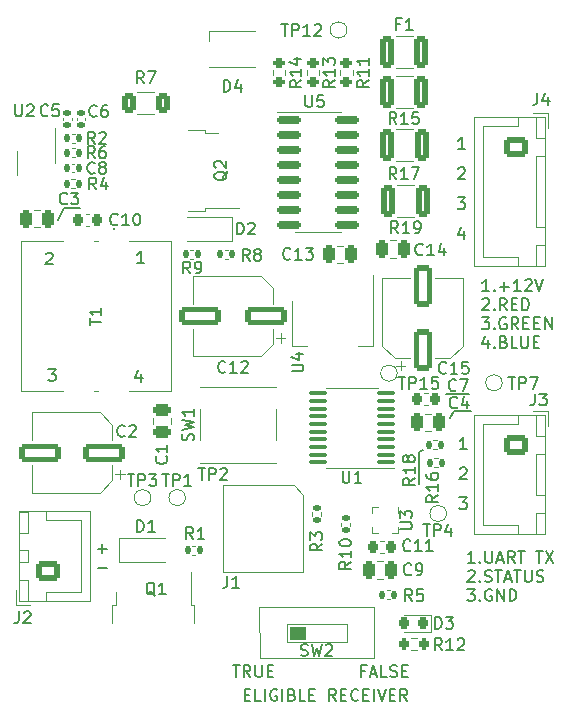
<source format=gto>
%TF.GenerationSoftware,KiCad,Pcbnew,(6.0.1-0)*%
%TF.CreationDate,2022-12-01T23:09:06-06:00*%
%TF.ProjectId,tackle_sensor_hardware,7461636b-6c65-45f7-9365-6e736f725f68,rev?*%
%TF.SameCoordinates,Original*%
%TF.FileFunction,Legend,Top*%
%TF.FilePolarity,Positive*%
%FSLAX46Y46*%
G04 Gerber Fmt 4.6, Leading zero omitted, Abs format (unit mm)*
G04 Created by KiCad (PCBNEW (6.0.1-0)) date 2022-12-01 23:09:06*
%MOMM*%
%LPD*%
G01*
G04 APERTURE LIST*
G04 Aperture macros list*
%AMRoundRect*
0 Rectangle with rounded corners*
0 $1 Rounding radius*
0 $2 $3 $4 $5 $6 $7 $8 $9 X,Y pos of 4 corners*
0 Add a 4 corners polygon primitive as box body*
4,1,4,$2,$3,$4,$5,$6,$7,$8,$9,$2,$3,0*
0 Add four circle primitives for the rounded corners*
1,1,$1+$1,$2,$3*
1,1,$1+$1,$4,$5*
1,1,$1+$1,$6,$7*
1,1,$1+$1,$8,$9*
0 Add four rect primitives between the rounded corners*
20,1,$1+$1,$2,$3,$4,$5,0*
20,1,$1+$1,$4,$5,$6,$7,0*
20,1,$1+$1,$6,$7,$8,$9,0*
20,1,$1+$1,$8,$9,$2,$3,0*%
G04 Aperture macros list end*
%ADD10C,0.155000*%
%ADD11C,0.150000*%
%ADD12C,0.120000*%
%ADD13RoundRect,0.200000X-0.275000X0.200000X-0.275000X-0.200000X0.275000X-0.200000X0.275000X0.200000X0*%
%ADD14RoundRect,0.250000X-0.725000X0.600000X-0.725000X-0.600000X0.725000X-0.600000X0.725000X0.600000X0*%
%ADD15O,1.950000X1.700000*%
%ADD16R,0.450000X1.450000*%
%ADD17C,3.200000*%
%ADD18RoundRect,0.135000X-0.135000X-0.185000X0.135000X-0.185000X0.135000X0.185000X-0.135000X0.185000X0*%
%ADD19R,0.760000X2.400000*%
%ADD20C,1.000000*%
%ADD21RoundRect,0.250000X0.312500X0.625000X-0.312500X0.625000X-0.312500X-0.625000X0.312500X-0.625000X0*%
%ADD22R,0.700000X1.200000*%
%ADD23RoundRect,0.225000X0.225000X0.250000X-0.225000X0.250000X-0.225000X-0.250000X0.225000X-0.250000X0*%
%ADD24RoundRect,0.250000X0.312500X1.075000X-0.312500X1.075000X-0.312500X-1.075000X0.312500X-1.075000X0*%
%ADD25R,0.350000X0.375000*%
%ADD26R,0.375000X0.350000*%
%ADD27RoundRect,0.225000X-0.225000X-0.250000X0.225000X-0.250000X0.225000X0.250000X-0.225000X0.250000X0*%
%ADD28RoundRect,0.250000X0.750000X-0.600000X0.750000X0.600000X-0.750000X0.600000X-0.750000X-0.600000X0*%
%ADD29O,2.000000X1.700000*%
%ADD30RoundRect,0.200000X0.200000X0.275000X-0.200000X0.275000X-0.200000X-0.275000X0.200000X-0.275000X0*%
%ADD31RoundRect,0.250000X0.250000X0.475000X-0.250000X0.475000X-0.250000X-0.475000X0.250000X-0.475000X0*%
%ADD32RoundRect,0.250000X1.500000X0.550000X-1.500000X0.550000X-1.500000X-0.550000X1.500000X-0.550000X0*%
%ADD33RoundRect,0.135000X-0.185000X0.135000X-0.185000X-0.135000X0.185000X-0.135000X0.185000X0.135000X0*%
%ADD34C,0.254000*%
%ADD35RoundRect,0.250000X0.550000X-1.500000X0.550000X1.500000X-0.550000X1.500000X-0.550000X-1.500000X0*%
%ADD36R,1.550000X1.300000*%
%ADD37RoundRect,0.100000X0.637500X0.100000X-0.637500X0.100000X-0.637500X-0.100000X0.637500X-0.100000X0*%
%ADD38RoundRect,0.150000X-0.825000X-0.150000X0.825000X-0.150000X0.825000X0.150000X-0.825000X0.150000X0*%
%ADD39RoundRect,0.135000X0.135000X0.185000X-0.135000X0.185000X-0.135000X-0.185000X0.135000X-0.185000X0*%
%ADD40R,1.955800X2.362200*%
%ADD41R,1.200000X2.200000*%
%ADD42R,5.800000X6.400000*%
%ADD43RoundRect,0.140000X0.170000X-0.140000X0.170000X0.140000X-0.170000X0.140000X-0.170000X-0.140000X0*%
%ADD44RoundRect,0.140000X-0.140000X-0.170000X0.140000X-0.170000X0.140000X0.170000X-0.140000X0.170000X0*%
%ADD45RoundRect,0.218750X0.218750X0.256250X-0.218750X0.256250X-0.218750X-0.256250X0.218750X-0.256250X0*%
%ADD46R,1.500000X2.000000*%
%ADD47R,3.800000X2.000000*%
%ADD48RoundRect,0.250000X-0.250000X-0.475000X0.250000X-0.475000X0.250000X0.475000X-0.250000X0.475000X0*%
%ADD49R,2.200000X1.200000*%
%ADD50R,6.400000X5.800000*%
%ADD51R,0.900000X1.200000*%
%ADD52R,1.000000X0.800000*%
%ADD53RoundRect,0.250000X-0.312500X-1.075000X0.312500X-1.075000X0.312500X1.075000X-0.312500X1.075000X0*%
%ADD54RoundRect,0.250000X0.475000X-0.250000X0.475000X0.250000X-0.475000X0.250000X-0.475000X-0.250000X0*%
%ADD55R,1.100000X1.100000*%
G04 APERTURE END LIST*
D10*
X126898400Y-86817200D02*
X125577600Y-86817200D01*
X159969200Y-104038400D02*
X158546800Y-104038400D01*
X125577600Y-86817200D02*
X125069600Y-87833200D01*
X155600400Y-107543600D02*
X155905200Y-107315000D01*
X158546800Y-104038400D02*
X158191200Y-104648000D01*
X155600400Y-110236000D02*
X155600400Y-107543600D01*
X159867600Y-102565200D02*
X157886400Y-102565200D01*
D11*
X151034952Y-126039571D02*
X150701619Y-126039571D01*
X150701619Y-126563380D02*
X150701619Y-125563380D01*
X151177809Y-125563380D01*
X151511142Y-126277666D02*
X151987333Y-126277666D01*
X151415904Y-126563380D02*
X151749238Y-125563380D01*
X152082571Y-126563380D01*
X152892095Y-126563380D02*
X152415904Y-126563380D01*
X152415904Y-125563380D01*
X153177809Y-126515761D02*
X153320666Y-126563380D01*
X153558761Y-126563380D01*
X153654000Y-126515761D01*
X153701619Y-126468142D01*
X153749238Y-126372904D01*
X153749238Y-126277666D01*
X153701619Y-126182428D01*
X153654000Y-126134809D01*
X153558761Y-126087190D01*
X153368285Y-126039571D01*
X153273047Y-125991952D01*
X153225428Y-125944333D01*
X153177809Y-125849095D01*
X153177809Y-125753857D01*
X153225428Y-125658619D01*
X153273047Y-125611000D01*
X153368285Y-125563380D01*
X153606380Y-125563380D01*
X153749238Y-125611000D01*
X154177809Y-126039571D02*
X154511142Y-126039571D01*
X154654000Y-126563380D02*
X154177809Y-126563380D01*
X154177809Y-125563380D01*
X154654000Y-125563380D01*
X159026266Y-111364780D02*
X159645314Y-111364780D01*
X159311980Y-111745733D01*
X159454838Y-111745733D01*
X159550076Y-111793352D01*
X159597695Y-111840971D01*
X159645314Y-111936209D01*
X159645314Y-112174304D01*
X159597695Y-112269542D01*
X159550076Y-112317161D01*
X159454838Y-112364780D01*
X159169123Y-112364780D01*
X159073885Y-112317161D01*
X159026266Y-112269542D01*
X124228266Y-100493580D02*
X124847314Y-100493580D01*
X124513980Y-100874533D01*
X124656838Y-100874533D01*
X124752076Y-100922152D01*
X124799695Y-100969771D01*
X124847314Y-101065009D01*
X124847314Y-101303104D01*
X124799695Y-101398342D01*
X124752076Y-101445961D01*
X124656838Y-101493580D01*
X124371123Y-101493580D01*
X124275885Y-101445961D01*
X124228266Y-101398342D01*
X132067276Y-100928514D02*
X132067276Y-101595180D01*
X131829180Y-100547561D02*
X131591085Y-101261847D01*
X132210133Y-101261847D01*
X158921485Y-83520019D02*
X158969104Y-83472400D01*
X159064342Y-83424780D01*
X159302438Y-83424780D01*
X159397676Y-83472400D01*
X159445295Y-83520019D01*
X159492914Y-83615257D01*
X159492914Y-83710495D01*
X159445295Y-83853352D01*
X158873866Y-84424780D01*
X159492914Y-84424780D01*
X139843095Y-125563380D02*
X140414523Y-125563380D01*
X140128809Y-126563380D02*
X140128809Y-125563380D01*
X141319285Y-126563380D02*
X140985952Y-126087190D01*
X140747857Y-126563380D02*
X140747857Y-125563380D01*
X141128809Y-125563380D01*
X141224047Y-125611000D01*
X141271666Y-125658619D01*
X141319285Y-125753857D01*
X141319285Y-125896714D01*
X141271666Y-125991952D01*
X141224047Y-126039571D01*
X141128809Y-126087190D01*
X140747857Y-126087190D01*
X141747857Y-125563380D02*
X141747857Y-126372904D01*
X141795476Y-126468142D01*
X141843095Y-126515761D01*
X141938333Y-126563380D01*
X142128809Y-126563380D01*
X142224047Y-126515761D01*
X142271666Y-126468142D01*
X142319285Y-126372904D01*
X142319285Y-125563380D01*
X142795476Y-126039571D02*
X143128809Y-126039571D01*
X143271666Y-126563380D02*
X142795476Y-126563380D01*
X142795476Y-125563380D01*
X143271666Y-125563380D01*
X160320604Y-116901580D02*
X159749176Y-116901580D01*
X160034890Y-116901580D02*
X160034890Y-115901580D01*
X159939652Y-116044438D01*
X159844414Y-116139676D01*
X159749176Y-116187295D01*
X160749176Y-116806342D02*
X160796795Y-116853961D01*
X160749176Y-116901580D01*
X160701557Y-116853961D01*
X160749176Y-116806342D01*
X160749176Y-116901580D01*
X161225366Y-115901580D02*
X161225366Y-116711104D01*
X161272985Y-116806342D01*
X161320604Y-116853961D01*
X161415842Y-116901580D01*
X161606319Y-116901580D01*
X161701557Y-116853961D01*
X161749176Y-116806342D01*
X161796795Y-116711104D01*
X161796795Y-115901580D01*
X162225366Y-116615866D02*
X162701557Y-116615866D01*
X162130128Y-116901580D02*
X162463461Y-115901580D01*
X162796795Y-116901580D01*
X163701557Y-116901580D02*
X163368223Y-116425390D01*
X163130128Y-116901580D02*
X163130128Y-115901580D01*
X163511080Y-115901580D01*
X163606319Y-115949200D01*
X163653938Y-115996819D01*
X163701557Y-116092057D01*
X163701557Y-116234914D01*
X163653938Y-116330152D01*
X163606319Y-116377771D01*
X163511080Y-116425390D01*
X163130128Y-116425390D01*
X163987271Y-115901580D02*
X164558700Y-115901580D01*
X164272985Y-116901580D02*
X164272985Y-115901580D01*
X165511080Y-115901580D02*
X166082509Y-115901580D01*
X165796795Y-116901580D02*
X165796795Y-115901580D01*
X166320604Y-115901580D02*
X166987271Y-116901580D01*
X166987271Y-115901580D02*
X166320604Y-116901580D01*
X159749176Y-117606819D02*
X159796795Y-117559200D01*
X159892033Y-117511580D01*
X160130128Y-117511580D01*
X160225366Y-117559200D01*
X160272985Y-117606819D01*
X160320604Y-117702057D01*
X160320604Y-117797295D01*
X160272985Y-117940152D01*
X159701557Y-118511580D01*
X160320604Y-118511580D01*
X160749176Y-118416342D02*
X160796795Y-118463961D01*
X160749176Y-118511580D01*
X160701557Y-118463961D01*
X160749176Y-118416342D01*
X160749176Y-118511580D01*
X161177747Y-118463961D02*
X161320604Y-118511580D01*
X161558700Y-118511580D01*
X161653938Y-118463961D01*
X161701557Y-118416342D01*
X161749176Y-118321104D01*
X161749176Y-118225866D01*
X161701557Y-118130628D01*
X161653938Y-118083009D01*
X161558700Y-118035390D01*
X161368223Y-117987771D01*
X161272985Y-117940152D01*
X161225366Y-117892533D01*
X161177747Y-117797295D01*
X161177747Y-117702057D01*
X161225366Y-117606819D01*
X161272985Y-117559200D01*
X161368223Y-117511580D01*
X161606319Y-117511580D01*
X161749176Y-117559200D01*
X162034890Y-117511580D02*
X162606319Y-117511580D01*
X162320604Y-118511580D02*
X162320604Y-117511580D01*
X162892033Y-118225866D02*
X163368223Y-118225866D01*
X162796795Y-118511580D02*
X163130128Y-117511580D01*
X163463461Y-118511580D01*
X163653938Y-117511580D02*
X164225366Y-117511580D01*
X163939652Y-118511580D02*
X163939652Y-117511580D01*
X164558700Y-117511580D02*
X164558700Y-118321104D01*
X164606319Y-118416342D01*
X164653938Y-118463961D01*
X164749176Y-118511580D01*
X164939652Y-118511580D01*
X165034890Y-118463961D01*
X165082509Y-118416342D01*
X165130128Y-118321104D01*
X165130128Y-117511580D01*
X165558700Y-118463961D02*
X165701557Y-118511580D01*
X165939652Y-118511580D01*
X166034890Y-118463961D01*
X166082509Y-118416342D01*
X166130128Y-118321104D01*
X166130128Y-118225866D01*
X166082509Y-118130628D01*
X166034890Y-118083009D01*
X165939652Y-118035390D01*
X165749176Y-117987771D01*
X165653938Y-117940152D01*
X165606319Y-117892533D01*
X165558700Y-117797295D01*
X165558700Y-117702057D01*
X165606319Y-117606819D01*
X165653938Y-117559200D01*
X165749176Y-117511580D01*
X165987271Y-117511580D01*
X166130128Y-117559200D01*
X159701557Y-119121580D02*
X160320604Y-119121580D01*
X159987271Y-119502533D01*
X160130128Y-119502533D01*
X160225366Y-119550152D01*
X160272985Y-119597771D01*
X160320604Y-119693009D01*
X160320604Y-119931104D01*
X160272985Y-120026342D01*
X160225366Y-120073961D01*
X160130128Y-120121580D01*
X159844414Y-120121580D01*
X159749176Y-120073961D01*
X159701557Y-120026342D01*
X160749176Y-120026342D02*
X160796795Y-120073961D01*
X160749176Y-120121580D01*
X160701557Y-120073961D01*
X160749176Y-120026342D01*
X160749176Y-120121580D01*
X161749176Y-119169200D02*
X161653938Y-119121580D01*
X161511080Y-119121580D01*
X161368223Y-119169200D01*
X161272985Y-119264438D01*
X161225366Y-119359676D01*
X161177747Y-119550152D01*
X161177747Y-119693009D01*
X161225366Y-119883485D01*
X161272985Y-119978723D01*
X161368223Y-120073961D01*
X161511080Y-120121580D01*
X161606319Y-120121580D01*
X161749176Y-120073961D01*
X161796795Y-120026342D01*
X161796795Y-119693009D01*
X161606319Y-119693009D01*
X162225366Y-120121580D02*
X162225366Y-119121580D01*
X162796795Y-120121580D01*
X162796795Y-119121580D01*
X163272985Y-120121580D02*
X163272985Y-119121580D01*
X163511080Y-119121580D01*
X163653938Y-119169200D01*
X163749176Y-119264438D01*
X163796795Y-119359676D01*
X163844414Y-119550152D01*
X163844414Y-119693009D01*
X163796795Y-119883485D01*
X163749176Y-119978723D01*
X163653938Y-120073961D01*
X163511080Y-120121580D01*
X163272985Y-120121580D01*
X140843857Y-128071571D02*
X141177190Y-128071571D01*
X141320047Y-128595380D02*
X140843857Y-128595380D01*
X140843857Y-127595380D01*
X141320047Y-127595380D01*
X142224809Y-128595380D02*
X141748619Y-128595380D01*
X141748619Y-127595380D01*
X142558142Y-128595380D02*
X142558142Y-127595380D01*
X143558142Y-127643000D02*
X143462904Y-127595380D01*
X143320047Y-127595380D01*
X143177190Y-127643000D01*
X143081952Y-127738238D01*
X143034333Y-127833476D01*
X142986714Y-128023952D01*
X142986714Y-128166809D01*
X143034333Y-128357285D01*
X143081952Y-128452523D01*
X143177190Y-128547761D01*
X143320047Y-128595380D01*
X143415285Y-128595380D01*
X143558142Y-128547761D01*
X143605761Y-128500142D01*
X143605761Y-128166809D01*
X143415285Y-128166809D01*
X144034333Y-128595380D02*
X144034333Y-127595380D01*
X144843857Y-128071571D02*
X144986714Y-128119190D01*
X145034333Y-128166809D01*
X145081952Y-128262047D01*
X145081952Y-128404904D01*
X145034333Y-128500142D01*
X144986714Y-128547761D01*
X144891476Y-128595380D01*
X144510523Y-128595380D01*
X144510523Y-127595380D01*
X144843857Y-127595380D01*
X144939095Y-127643000D01*
X144986714Y-127690619D01*
X145034333Y-127785857D01*
X145034333Y-127881095D01*
X144986714Y-127976333D01*
X144939095Y-128023952D01*
X144843857Y-128071571D01*
X144510523Y-128071571D01*
X145986714Y-128595380D02*
X145510523Y-128595380D01*
X145510523Y-127595380D01*
X146320047Y-128071571D02*
X146653380Y-128071571D01*
X146796238Y-128595380D02*
X146320047Y-128595380D01*
X146320047Y-127595380D01*
X146796238Y-127595380D01*
X148558142Y-128595380D02*
X148224809Y-128119190D01*
X147986714Y-128595380D02*
X147986714Y-127595380D01*
X148367666Y-127595380D01*
X148462904Y-127643000D01*
X148510523Y-127690619D01*
X148558142Y-127785857D01*
X148558142Y-127928714D01*
X148510523Y-128023952D01*
X148462904Y-128071571D01*
X148367666Y-128119190D01*
X147986714Y-128119190D01*
X148986714Y-128071571D02*
X149320047Y-128071571D01*
X149462904Y-128595380D02*
X148986714Y-128595380D01*
X148986714Y-127595380D01*
X149462904Y-127595380D01*
X150462904Y-128500142D02*
X150415285Y-128547761D01*
X150272428Y-128595380D01*
X150177190Y-128595380D01*
X150034333Y-128547761D01*
X149939095Y-128452523D01*
X149891476Y-128357285D01*
X149843857Y-128166809D01*
X149843857Y-128023952D01*
X149891476Y-127833476D01*
X149939095Y-127738238D01*
X150034333Y-127643000D01*
X150177190Y-127595380D01*
X150272428Y-127595380D01*
X150415285Y-127643000D01*
X150462904Y-127690619D01*
X150891476Y-128071571D02*
X151224809Y-128071571D01*
X151367666Y-128595380D02*
X150891476Y-128595380D01*
X150891476Y-127595380D01*
X151367666Y-127595380D01*
X151796238Y-128595380D02*
X151796238Y-127595380D01*
X152129571Y-127595380D02*
X152462904Y-128595380D01*
X152796238Y-127595380D01*
X153129571Y-128071571D02*
X153462904Y-128071571D01*
X153605761Y-128595380D02*
X153129571Y-128595380D01*
X153129571Y-127595380D01*
X153605761Y-127595380D01*
X154605761Y-128595380D02*
X154272428Y-128119190D01*
X154034333Y-128595380D02*
X154034333Y-127595380D01*
X154415285Y-127595380D01*
X154510523Y-127643000D01*
X154558142Y-127690619D01*
X154605761Y-127785857D01*
X154605761Y-127928714D01*
X154558142Y-128023952D01*
X154510523Y-128071571D01*
X154415285Y-128119190D01*
X154034333Y-128119190D01*
X158873866Y-85964780D02*
X159492914Y-85964780D01*
X159159580Y-86345733D01*
X159302438Y-86345733D01*
X159397676Y-86393352D01*
X159445295Y-86440971D01*
X159492914Y-86536209D01*
X159492914Y-86774304D01*
X159445295Y-86869542D01*
X159397676Y-86917161D01*
X159302438Y-86964780D01*
X159016723Y-86964780D01*
X158921485Y-86917161D01*
X158873866Y-86869542D01*
X159397676Y-88838114D02*
X159397676Y-89504780D01*
X159159580Y-88457161D02*
X158921485Y-89171447D01*
X159540533Y-89171447D01*
X159492914Y-81884780D02*
X158921485Y-81884780D01*
X159207200Y-81884780D02*
X159207200Y-80884780D01*
X159111961Y-81027638D01*
X159016723Y-81122876D01*
X158921485Y-81170495D01*
X124021885Y-90733619D02*
X124069504Y-90686000D01*
X124164742Y-90638380D01*
X124402838Y-90638380D01*
X124498076Y-90686000D01*
X124545695Y-90733619D01*
X124593314Y-90828857D01*
X124593314Y-90924095D01*
X124545695Y-91066952D01*
X123974266Y-91638380D01*
X124593314Y-91638380D01*
X129158952Y-117319571D02*
X128397047Y-117319571D01*
X129158952Y-115709571D02*
X128397047Y-115709571D01*
X128778000Y-115328619D02*
X128778000Y-116090523D01*
X161539804Y-93896980D02*
X160968376Y-93896980D01*
X161254090Y-93896980D02*
X161254090Y-92896980D01*
X161158852Y-93039838D01*
X161063614Y-93135076D01*
X160968376Y-93182695D01*
X161968376Y-93801742D02*
X162015995Y-93849361D01*
X161968376Y-93896980D01*
X161920757Y-93849361D01*
X161968376Y-93801742D01*
X161968376Y-93896980D01*
X162444566Y-93516028D02*
X163206471Y-93516028D01*
X162825519Y-93896980D02*
X162825519Y-93135076D01*
X164206471Y-93896980D02*
X163635042Y-93896980D01*
X163920757Y-93896980D02*
X163920757Y-92896980D01*
X163825519Y-93039838D01*
X163730280Y-93135076D01*
X163635042Y-93182695D01*
X164587423Y-92992219D02*
X164635042Y-92944600D01*
X164730280Y-92896980D01*
X164968376Y-92896980D01*
X165063614Y-92944600D01*
X165111233Y-92992219D01*
X165158852Y-93087457D01*
X165158852Y-93182695D01*
X165111233Y-93325552D01*
X164539804Y-93896980D01*
X165158852Y-93896980D01*
X165444566Y-92896980D02*
X165777900Y-93896980D01*
X166111233Y-92896980D01*
X160968376Y-94602219D02*
X161015995Y-94554600D01*
X161111233Y-94506980D01*
X161349328Y-94506980D01*
X161444566Y-94554600D01*
X161492185Y-94602219D01*
X161539804Y-94697457D01*
X161539804Y-94792695D01*
X161492185Y-94935552D01*
X160920757Y-95506980D01*
X161539804Y-95506980D01*
X161968376Y-95411742D02*
X162015995Y-95459361D01*
X161968376Y-95506980D01*
X161920757Y-95459361D01*
X161968376Y-95411742D01*
X161968376Y-95506980D01*
X163015995Y-95506980D02*
X162682661Y-95030790D01*
X162444566Y-95506980D02*
X162444566Y-94506980D01*
X162825519Y-94506980D01*
X162920757Y-94554600D01*
X162968376Y-94602219D01*
X163015995Y-94697457D01*
X163015995Y-94840314D01*
X162968376Y-94935552D01*
X162920757Y-94983171D01*
X162825519Y-95030790D01*
X162444566Y-95030790D01*
X163444566Y-94983171D02*
X163777900Y-94983171D01*
X163920757Y-95506980D02*
X163444566Y-95506980D01*
X163444566Y-94506980D01*
X163920757Y-94506980D01*
X164349328Y-95506980D02*
X164349328Y-94506980D01*
X164587423Y-94506980D01*
X164730280Y-94554600D01*
X164825519Y-94649838D01*
X164873138Y-94745076D01*
X164920757Y-94935552D01*
X164920757Y-95078409D01*
X164873138Y-95268885D01*
X164825519Y-95364123D01*
X164730280Y-95459361D01*
X164587423Y-95506980D01*
X164349328Y-95506980D01*
X160920757Y-96116980D02*
X161539804Y-96116980D01*
X161206471Y-96497933D01*
X161349328Y-96497933D01*
X161444566Y-96545552D01*
X161492185Y-96593171D01*
X161539804Y-96688409D01*
X161539804Y-96926504D01*
X161492185Y-97021742D01*
X161444566Y-97069361D01*
X161349328Y-97116980D01*
X161063614Y-97116980D01*
X160968376Y-97069361D01*
X160920757Y-97021742D01*
X161968376Y-97021742D02*
X162015995Y-97069361D01*
X161968376Y-97116980D01*
X161920757Y-97069361D01*
X161968376Y-97021742D01*
X161968376Y-97116980D01*
X162968376Y-96164600D02*
X162873138Y-96116980D01*
X162730280Y-96116980D01*
X162587423Y-96164600D01*
X162492185Y-96259838D01*
X162444566Y-96355076D01*
X162396947Y-96545552D01*
X162396947Y-96688409D01*
X162444566Y-96878885D01*
X162492185Y-96974123D01*
X162587423Y-97069361D01*
X162730280Y-97116980D01*
X162825519Y-97116980D01*
X162968376Y-97069361D01*
X163015995Y-97021742D01*
X163015995Y-96688409D01*
X162825519Y-96688409D01*
X164015995Y-97116980D02*
X163682661Y-96640790D01*
X163444566Y-97116980D02*
X163444566Y-96116980D01*
X163825519Y-96116980D01*
X163920757Y-96164600D01*
X163968376Y-96212219D01*
X164015995Y-96307457D01*
X164015995Y-96450314D01*
X163968376Y-96545552D01*
X163920757Y-96593171D01*
X163825519Y-96640790D01*
X163444566Y-96640790D01*
X164444566Y-96593171D02*
X164777900Y-96593171D01*
X164920757Y-97116980D02*
X164444566Y-97116980D01*
X164444566Y-96116980D01*
X164920757Y-96116980D01*
X165349328Y-96593171D02*
X165682661Y-96593171D01*
X165825519Y-97116980D02*
X165349328Y-97116980D01*
X165349328Y-96116980D01*
X165825519Y-96116980D01*
X166254090Y-97116980D02*
X166254090Y-96116980D01*
X166825519Y-97116980D01*
X166825519Y-96116980D01*
X161444566Y-98060314D02*
X161444566Y-98726980D01*
X161206471Y-97679361D02*
X160968376Y-98393647D01*
X161587423Y-98393647D01*
X161968376Y-98631742D02*
X162015995Y-98679361D01*
X161968376Y-98726980D01*
X161920757Y-98679361D01*
X161968376Y-98631742D01*
X161968376Y-98726980D01*
X162777900Y-98203171D02*
X162920757Y-98250790D01*
X162968376Y-98298409D01*
X163015995Y-98393647D01*
X163015995Y-98536504D01*
X162968376Y-98631742D01*
X162920757Y-98679361D01*
X162825519Y-98726980D01*
X162444566Y-98726980D01*
X162444566Y-97726980D01*
X162777900Y-97726980D01*
X162873138Y-97774600D01*
X162920757Y-97822219D01*
X162968376Y-97917457D01*
X162968376Y-98012695D01*
X162920757Y-98107933D01*
X162873138Y-98155552D01*
X162777900Y-98203171D01*
X162444566Y-98203171D01*
X163920757Y-98726980D02*
X163444566Y-98726980D01*
X163444566Y-97726980D01*
X164254090Y-97726980D02*
X164254090Y-98536504D01*
X164301709Y-98631742D01*
X164349328Y-98679361D01*
X164444566Y-98726980D01*
X164635042Y-98726980D01*
X164730280Y-98679361D01*
X164777900Y-98631742D01*
X164825519Y-98536504D01*
X164825519Y-97726980D01*
X165301709Y-98203171D02*
X165635042Y-98203171D01*
X165777900Y-98726980D02*
X165301709Y-98726980D01*
X165301709Y-97726980D01*
X165777900Y-97726980D01*
X132314914Y-91536780D02*
X131743485Y-91536780D01*
X132029200Y-91536780D02*
X132029200Y-90536780D01*
X131933961Y-90679638D01*
X131838723Y-90774876D01*
X131743485Y-90822495D01*
X159073885Y-108920019D02*
X159121504Y-108872400D01*
X159216742Y-108824780D01*
X159454838Y-108824780D01*
X159550076Y-108872400D01*
X159597695Y-108920019D01*
X159645314Y-109015257D01*
X159645314Y-109110495D01*
X159597695Y-109253352D01*
X159026266Y-109824780D01*
X159645314Y-109824780D01*
X159645314Y-107284780D02*
X159073885Y-107284780D01*
X159359600Y-107284780D02*
X159359600Y-106284780D01*
X159264361Y-106427638D01*
X159169123Y-106522876D01*
X159073885Y-106570495D01*
%TO.C,R14*%
X145646380Y-76042257D02*
X145170190Y-76375590D01*
X145646380Y-76613685D02*
X144646380Y-76613685D01*
X144646380Y-76232733D01*
X144694000Y-76137495D01*
X144741619Y-76089876D01*
X144836857Y-76042257D01*
X144979714Y-76042257D01*
X145074952Y-76089876D01*
X145122571Y-76137495D01*
X145170190Y-76232733D01*
X145170190Y-76613685D01*
X145646380Y-75089876D02*
X145646380Y-75661304D01*
X145646380Y-75375590D02*
X144646380Y-75375590D01*
X144789238Y-75470828D01*
X144884476Y-75566066D01*
X144932095Y-75661304D01*
X144979714Y-74232733D02*
X145646380Y-74232733D01*
X144598761Y-74470828D02*
X145313047Y-74708923D01*
X145313047Y-74089876D01*
%TO.C,J3*%
X165418666Y-102565580D02*
X165418666Y-103279866D01*
X165371047Y-103422723D01*
X165275809Y-103517961D01*
X165132952Y-103565580D01*
X165037714Y-103565580D01*
X165799619Y-102565580D02*
X166418666Y-102565580D01*
X166085333Y-102946533D01*
X166228190Y-102946533D01*
X166323428Y-102994152D01*
X166371047Y-103041771D01*
X166418666Y-103137009D01*
X166418666Y-103375104D01*
X166371047Y-103470342D01*
X166323428Y-103517961D01*
X166228190Y-103565580D01*
X165942476Y-103565580D01*
X165847238Y-103517961D01*
X165799619Y-103470342D01*
%TO.C,U2*%
X121412095Y-78090780D02*
X121412095Y-78900304D01*
X121459714Y-78995542D01*
X121507333Y-79043161D01*
X121602571Y-79090780D01*
X121793047Y-79090780D01*
X121888285Y-79043161D01*
X121935904Y-78995542D01*
X121983523Y-78900304D01*
X121983523Y-78090780D01*
X122412095Y-78186019D02*
X122459714Y-78138400D01*
X122554952Y-78090780D01*
X122793047Y-78090780D01*
X122888285Y-78138400D01*
X122935904Y-78186019D01*
X122983523Y-78281257D01*
X122983523Y-78376495D01*
X122935904Y-78519352D01*
X122364476Y-79090780D01*
X122983523Y-79090780D01*
%TO.C,R16*%
X157221180Y-111183657D02*
X156744990Y-111516990D01*
X157221180Y-111755085D02*
X156221180Y-111755085D01*
X156221180Y-111374133D01*
X156268800Y-111278895D01*
X156316419Y-111231276D01*
X156411657Y-111183657D01*
X156554514Y-111183657D01*
X156649752Y-111231276D01*
X156697371Y-111278895D01*
X156744990Y-111374133D01*
X156744990Y-111755085D01*
X157221180Y-110231276D02*
X157221180Y-110802704D01*
X157221180Y-110516990D02*
X156221180Y-110516990D01*
X156364038Y-110612228D01*
X156459276Y-110707466D01*
X156506895Y-110802704D01*
X156221180Y-109374133D02*
X156221180Y-109564609D01*
X156268800Y-109659847D01*
X156316419Y-109707466D01*
X156459276Y-109802704D01*
X156649752Y-109850323D01*
X157030704Y-109850323D01*
X157125942Y-109802704D01*
X157173561Y-109755085D01*
X157221180Y-109659847D01*
X157221180Y-109469371D01*
X157173561Y-109374133D01*
X157125942Y-109326514D01*
X157030704Y-109278895D01*
X156792609Y-109278895D01*
X156697371Y-109326514D01*
X156649752Y-109374133D01*
X156602133Y-109469371D01*
X156602133Y-109659847D01*
X156649752Y-109755085D01*
X156697371Y-109802704D01*
X156792609Y-109850323D01*
%TO.C,J1*%
X139366666Y-118019580D02*
X139366666Y-118733866D01*
X139319047Y-118876723D01*
X139223809Y-118971961D01*
X139080952Y-119019580D01*
X138985714Y-119019580D01*
X140366666Y-119019580D02*
X139795238Y-119019580D01*
X140080952Y-119019580D02*
X140080952Y-118019580D01*
X139985714Y-118162438D01*
X139890476Y-118257676D01*
X139795238Y-118305295D01*
%TO.C,TP1*%
X133866095Y-109383380D02*
X134437523Y-109383380D01*
X134151809Y-110383380D02*
X134151809Y-109383380D01*
X134770857Y-110383380D02*
X134770857Y-109383380D01*
X135151809Y-109383380D01*
X135247047Y-109431000D01*
X135294666Y-109478619D01*
X135342285Y-109573857D01*
X135342285Y-109716714D01*
X135294666Y-109811952D01*
X135247047Y-109859571D01*
X135151809Y-109907190D01*
X134770857Y-109907190D01*
X136294666Y-110383380D02*
X135723238Y-110383380D01*
X136008952Y-110383380D02*
X136008952Y-109383380D01*
X135913714Y-109526238D01*
X135818476Y-109621476D01*
X135723238Y-109669095D01*
%TO.C,R7*%
X132298333Y-76296780D02*
X131965000Y-75820590D01*
X131726904Y-76296780D02*
X131726904Y-75296780D01*
X132107857Y-75296780D01*
X132203095Y-75344400D01*
X132250714Y-75392019D01*
X132298333Y-75487257D01*
X132298333Y-75630114D01*
X132250714Y-75725352D01*
X132203095Y-75772971D01*
X132107857Y-75820590D01*
X131726904Y-75820590D01*
X132631666Y-75296780D02*
X133298333Y-75296780D01*
X132869761Y-76296780D01*
%TO.C,R1*%
X136485333Y-114879380D02*
X136152000Y-114403190D01*
X135913904Y-114879380D02*
X135913904Y-113879380D01*
X136294857Y-113879380D01*
X136390095Y-113927000D01*
X136437714Y-113974619D01*
X136485333Y-114069857D01*
X136485333Y-114212714D01*
X136437714Y-114307952D01*
X136390095Y-114355571D01*
X136294857Y-114403190D01*
X135913904Y-114403190D01*
X137437714Y-114879380D02*
X136866285Y-114879380D01*
X137152000Y-114879380D02*
X137152000Y-113879380D01*
X137056761Y-114022238D01*
X136961523Y-114117476D01*
X136866285Y-114165095D01*
%TO.C,SW2*%
X145605666Y-124737761D02*
X145748523Y-124785380D01*
X145986619Y-124785380D01*
X146081857Y-124737761D01*
X146129476Y-124690142D01*
X146177095Y-124594904D01*
X146177095Y-124499666D01*
X146129476Y-124404428D01*
X146081857Y-124356809D01*
X145986619Y-124309190D01*
X145796142Y-124261571D01*
X145700904Y-124213952D01*
X145653285Y-124166333D01*
X145605666Y-124071095D01*
X145605666Y-123975857D01*
X145653285Y-123880619D01*
X145700904Y-123833000D01*
X145796142Y-123785380D01*
X146034238Y-123785380D01*
X146177095Y-123833000D01*
X146510428Y-123785380D02*
X146748523Y-124785380D01*
X146939000Y-124071095D01*
X147129476Y-124785380D01*
X147367571Y-123785380D01*
X147700904Y-123880619D02*
X147748523Y-123833000D01*
X147843761Y-123785380D01*
X148081857Y-123785380D01*
X148177095Y-123833000D01*
X148224714Y-123880619D01*
X148272333Y-123975857D01*
X148272333Y-124071095D01*
X148224714Y-124213952D01*
X147653285Y-124785380D01*
X148272333Y-124785380D01*
%TO.C,C11*%
X154868942Y-115825542D02*
X154821323Y-115873161D01*
X154678466Y-115920780D01*
X154583228Y-115920780D01*
X154440371Y-115873161D01*
X154345133Y-115777923D01*
X154297514Y-115682685D01*
X154249895Y-115492209D01*
X154249895Y-115349352D01*
X154297514Y-115158876D01*
X154345133Y-115063638D01*
X154440371Y-114968400D01*
X154583228Y-114920780D01*
X154678466Y-114920780D01*
X154821323Y-114968400D01*
X154868942Y-115016019D01*
X155821323Y-115920780D02*
X155249895Y-115920780D01*
X155535609Y-115920780D02*
X155535609Y-114920780D01*
X155440371Y-115063638D01*
X155345133Y-115158876D01*
X155249895Y-115206495D01*
X156773704Y-115920780D02*
X156202276Y-115920780D01*
X156487990Y-115920780D02*
X156487990Y-114920780D01*
X156392752Y-115063638D01*
X156297514Y-115158876D01*
X156202276Y-115206495D01*
%TO.C,R19*%
X153829242Y-88990780D02*
X153495909Y-88514590D01*
X153257814Y-88990780D02*
X153257814Y-87990780D01*
X153638766Y-87990780D01*
X153734004Y-88038400D01*
X153781623Y-88086019D01*
X153829242Y-88181257D01*
X153829242Y-88324114D01*
X153781623Y-88419352D01*
X153734004Y-88466971D01*
X153638766Y-88514590D01*
X153257814Y-88514590D01*
X154781623Y-88990780D02*
X154210195Y-88990780D01*
X154495909Y-88990780D02*
X154495909Y-87990780D01*
X154400671Y-88133638D01*
X154305433Y-88228876D01*
X154210195Y-88276495D01*
X155257814Y-88990780D02*
X155448290Y-88990780D01*
X155543528Y-88943161D01*
X155591147Y-88895542D01*
X155686385Y-88752685D01*
X155734004Y-88562209D01*
X155734004Y-88181257D01*
X155686385Y-88086019D01*
X155638766Y-88038400D01*
X155543528Y-87990780D01*
X155353052Y-87990780D01*
X155257814Y-88038400D01*
X155210195Y-88086019D01*
X155162576Y-88181257D01*
X155162576Y-88419352D01*
X155210195Y-88514590D01*
X155257814Y-88562209D01*
X155353052Y-88609828D01*
X155543528Y-88609828D01*
X155638766Y-88562209D01*
X155686385Y-88514590D01*
X155734004Y-88419352D01*
%TO.C,R17*%
X153687542Y-84424780D02*
X153354209Y-83948590D01*
X153116114Y-84424780D02*
X153116114Y-83424780D01*
X153497066Y-83424780D01*
X153592304Y-83472400D01*
X153639923Y-83520019D01*
X153687542Y-83615257D01*
X153687542Y-83758114D01*
X153639923Y-83853352D01*
X153592304Y-83900971D01*
X153497066Y-83948590D01*
X153116114Y-83948590D01*
X154639923Y-84424780D02*
X154068495Y-84424780D01*
X154354209Y-84424780D02*
X154354209Y-83424780D01*
X154258971Y-83567638D01*
X154163733Y-83662876D01*
X154068495Y-83710495D01*
X154973257Y-83424780D02*
X155639923Y-83424780D01*
X155211352Y-84424780D01*
%TO.C,U3*%
X154007180Y-114045904D02*
X154816704Y-114045904D01*
X154911942Y-113998285D01*
X154959561Y-113950666D01*
X155007180Y-113855428D01*
X155007180Y-113664952D01*
X154959561Y-113569714D01*
X154911942Y-113522095D01*
X154816704Y-113474476D01*
X154007180Y-113474476D01*
X154007180Y-113093523D02*
X154007180Y-112474476D01*
X154388133Y-112807809D01*
X154388133Y-112664952D01*
X154435752Y-112569714D01*
X154483371Y-112522095D01*
X154578609Y-112474476D01*
X154816704Y-112474476D01*
X154911942Y-112522095D01*
X154959561Y-112569714D01*
X155007180Y-112664952D01*
X155007180Y-112950666D01*
X154959561Y-113045904D01*
X154911942Y-113093523D01*
%TO.C,C7*%
X158735733Y-102261942D02*
X158688114Y-102309561D01*
X158545257Y-102357180D01*
X158450019Y-102357180D01*
X158307161Y-102309561D01*
X158211923Y-102214323D01*
X158164304Y-102119085D01*
X158116685Y-101928609D01*
X158116685Y-101785752D01*
X158164304Y-101595276D01*
X158211923Y-101500038D01*
X158307161Y-101404800D01*
X158450019Y-101357180D01*
X158545257Y-101357180D01*
X158688114Y-101404800D01*
X158735733Y-101452419D01*
X159069066Y-101357180D02*
X159735733Y-101357180D01*
X159307161Y-102357180D01*
%TO.C,J2*%
X121730666Y-121011380D02*
X121730666Y-121725666D01*
X121683047Y-121868523D01*
X121587809Y-121963761D01*
X121444952Y-122011380D01*
X121349714Y-122011380D01*
X122159238Y-121106619D02*
X122206857Y-121059000D01*
X122302095Y-121011380D01*
X122540190Y-121011380D01*
X122635428Y-121059000D01*
X122683047Y-121106619D01*
X122730666Y-121201857D01*
X122730666Y-121297095D01*
X122683047Y-121439952D01*
X122111619Y-122011380D01*
X122730666Y-122011380D01*
%TO.C,R12*%
X157536142Y-124302780D02*
X157202809Y-123826590D01*
X156964714Y-124302780D02*
X156964714Y-123302780D01*
X157345666Y-123302780D01*
X157440904Y-123350400D01*
X157488523Y-123398019D01*
X157536142Y-123493257D01*
X157536142Y-123636114D01*
X157488523Y-123731352D01*
X157440904Y-123778971D01*
X157345666Y-123826590D01*
X156964714Y-123826590D01*
X158488523Y-124302780D02*
X157917095Y-124302780D01*
X158202809Y-124302780D02*
X158202809Y-123302780D01*
X158107571Y-123445638D01*
X158012333Y-123540876D01*
X157917095Y-123588495D01*
X158869476Y-123398019D02*
X158917095Y-123350400D01*
X159012333Y-123302780D01*
X159250428Y-123302780D01*
X159345666Y-123350400D01*
X159393285Y-123398019D01*
X159440904Y-123493257D01*
X159440904Y-123588495D01*
X159393285Y-123731352D01*
X158821857Y-124302780D01*
X159440904Y-124302780D01*
%TO.C,C3*%
X125817333Y-86463142D02*
X125769714Y-86510761D01*
X125626857Y-86558380D01*
X125531619Y-86558380D01*
X125388761Y-86510761D01*
X125293523Y-86415523D01*
X125245904Y-86320285D01*
X125198285Y-86129809D01*
X125198285Y-85986952D01*
X125245904Y-85796476D01*
X125293523Y-85701238D01*
X125388761Y-85606000D01*
X125531619Y-85558380D01*
X125626857Y-85558380D01*
X125769714Y-85606000D01*
X125817333Y-85653619D01*
X126150666Y-85558380D02*
X126769714Y-85558380D01*
X126436380Y-85939333D01*
X126579238Y-85939333D01*
X126674476Y-85986952D01*
X126722095Y-86034571D01*
X126769714Y-86129809D01*
X126769714Y-86367904D01*
X126722095Y-86463142D01*
X126674476Y-86510761D01*
X126579238Y-86558380D01*
X126293523Y-86558380D01*
X126198285Y-86510761D01*
X126150666Y-86463142D01*
%TO.C,C2*%
X130676333Y-106148142D02*
X130628714Y-106195761D01*
X130485857Y-106243380D01*
X130390619Y-106243380D01*
X130247761Y-106195761D01*
X130152523Y-106100523D01*
X130104904Y-106005285D01*
X130057285Y-105814809D01*
X130057285Y-105671952D01*
X130104904Y-105481476D01*
X130152523Y-105386238D01*
X130247761Y-105291000D01*
X130390619Y-105243380D01*
X130485857Y-105243380D01*
X130628714Y-105291000D01*
X130676333Y-105338619D01*
X131057285Y-105338619D02*
X131104904Y-105291000D01*
X131200142Y-105243380D01*
X131438238Y-105243380D01*
X131533476Y-105291000D01*
X131581095Y-105338619D01*
X131628714Y-105433857D01*
X131628714Y-105529095D01*
X131581095Y-105671952D01*
X131009666Y-106243380D01*
X131628714Y-106243380D01*
%TO.C,R3*%
X147416780Y-115279466D02*
X146940590Y-115612800D01*
X147416780Y-115850895D02*
X146416780Y-115850895D01*
X146416780Y-115469942D01*
X146464400Y-115374704D01*
X146512019Y-115327085D01*
X146607257Y-115279466D01*
X146750114Y-115279466D01*
X146845352Y-115327085D01*
X146892971Y-115374704D01*
X146940590Y-115469942D01*
X146940590Y-115850895D01*
X146416780Y-114946133D02*
X146416780Y-114327085D01*
X146797733Y-114660419D01*
X146797733Y-114517561D01*
X146845352Y-114422323D01*
X146892971Y-114374704D01*
X146988209Y-114327085D01*
X147226304Y-114327085D01*
X147321542Y-114374704D01*
X147369161Y-114422323D01*
X147416780Y-114517561D01*
X147416780Y-114803276D01*
X147369161Y-114898514D01*
X147321542Y-114946133D01*
%TO.C,R11*%
X151335980Y-76042257D02*
X150859790Y-76375590D01*
X151335980Y-76613685D02*
X150335980Y-76613685D01*
X150335980Y-76232733D01*
X150383600Y-76137495D01*
X150431219Y-76089876D01*
X150526457Y-76042257D01*
X150669314Y-76042257D01*
X150764552Y-76089876D01*
X150812171Y-76137495D01*
X150859790Y-76232733D01*
X150859790Y-76613685D01*
X151335980Y-75089876D02*
X151335980Y-75661304D01*
X151335980Y-75375590D02*
X150335980Y-75375590D01*
X150478838Y-75470828D01*
X150574076Y-75566066D01*
X150621695Y-75661304D01*
X151335980Y-74137495D02*
X151335980Y-74708923D01*
X151335980Y-74423209D02*
X150335980Y-74423209D01*
X150478838Y-74518447D01*
X150574076Y-74613685D01*
X150621695Y-74708923D01*
%TO.C,R4*%
X128277133Y-85288380D02*
X127943800Y-84812190D01*
X127705704Y-85288380D02*
X127705704Y-84288380D01*
X128086657Y-84288380D01*
X128181895Y-84336000D01*
X128229514Y-84383619D01*
X128277133Y-84478857D01*
X128277133Y-84621714D01*
X128229514Y-84716952D01*
X128181895Y-84764571D01*
X128086657Y-84812190D01*
X127705704Y-84812190D01*
X129134276Y-84621714D02*
X129134276Y-85288380D01*
X128896180Y-84240761D02*
X128658085Y-84955047D01*
X129277133Y-84955047D01*
%TO.C,C15*%
X157903942Y-100788742D02*
X157856323Y-100836361D01*
X157713466Y-100883980D01*
X157618228Y-100883980D01*
X157475371Y-100836361D01*
X157380133Y-100741123D01*
X157332514Y-100645885D01*
X157284895Y-100455409D01*
X157284895Y-100312552D01*
X157332514Y-100122076D01*
X157380133Y-100026838D01*
X157475371Y-99931600D01*
X157618228Y-99883980D01*
X157713466Y-99883980D01*
X157856323Y-99931600D01*
X157903942Y-99979219D01*
X158856323Y-100883980D02*
X158284895Y-100883980D01*
X158570609Y-100883980D02*
X158570609Y-99883980D01*
X158475371Y-100026838D01*
X158380133Y-100122076D01*
X158284895Y-100169695D01*
X159761085Y-99883980D02*
X159284895Y-99883980D01*
X159237276Y-100360171D01*
X159284895Y-100312552D01*
X159380133Y-100264933D01*
X159618228Y-100264933D01*
X159713466Y-100312552D01*
X159761085Y-100360171D01*
X159808704Y-100455409D01*
X159808704Y-100693504D01*
X159761085Y-100788742D01*
X159713466Y-100836361D01*
X159618228Y-100883980D01*
X159380133Y-100883980D01*
X159284895Y-100836361D01*
X159237276Y-100788742D01*
%TO.C,SW1*%
X136472561Y-106540133D02*
X136520180Y-106397276D01*
X136520180Y-106159180D01*
X136472561Y-106063942D01*
X136424942Y-106016323D01*
X136329704Y-105968704D01*
X136234466Y-105968704D01*
X136139228Y-106016323D01*
X136091609Y-106063942D01*
X136043990Y-106159180D01*
X135996371Y-106349657D01*
X135948752Y-106444895D01*
X135901133Y-106492514D01*
X135805895Y-106540133D01*
X135710657Y-106540133D01*
X135615419Y-106492514D01*
X135567800Y-106444895D01*
X135520180Y-106349657D01*
X135520180Y-106111561D01*
X135567800Y-105968704D01*
X135520180Y-105635371D02*
X136520180Y-105397276D01*
X135805895Y-105206800D01*
X136520180Y-105016323D01*
X135520180Y-104778228D01*
X136520180Y-103873466D02*
X136520180Y-104444895D01*
X136520180Y-104159180D02*
X135520180Y-104159180D01*
X135663038Y-104254419D01*
X135758276Y-104349657D01*
X135805895Y-104444895D01*
%TO.C,TP7*%
X163177695Y-101153980D02*
X163749123Y-101153980D01*
X163463409Y-102153980D02*
X163463409Y-101153980D01*
X164082457Y-102153980D02*
X164082457Y-101153980D01*
X164463409Y-101153980D01*
X164558647Y-101201600D01*
X164606266Y-101249219D01*
X164653885Y-101344457D01*
X164653885Y-101487314D01*
X164606266Y-101582552D01*
X164558647Y-101630171D01*
X164463409Y-101677790D01*
X164082457Y-101677790D01*
X164987219Y-101153980D02*
X165653885Y-101153980D01*
X165225314Y-102153980D01*
%TO.C,U1*%
X149148895Y-109113180D02*
X149148895Y-109922704D01*
X149196514Y-110017942D01*
X149244133Y-110065561D01*
X149339371Y-110113180D01*
X149529847Y-110113180D01*
X149625085Y-110065561D01*
X149672704Y-110017942D01*
X149720323Y-109922704D01*
X149720323Y-109113180D01*
X150720323Y-110113180D02*
X150148895Y-110113180D01*
X150434609Y-110113180D02*
X150434609Y-109113180D01*
X150339371Y-109256038D01*
X150244133Y-109351276D01*
X150148895Y-109398895D01*
%TO.C,R18*%
X155239980Y-109710457D02*
X154763790Y-110043790D01*
X155239980Y-110281885D02*
X154239980Y-110281885D01*
X154239980Y-109900933D01*
X154287600Y-109805695D01*
X154335219Y-109758076D01*
X154430457Y-109710457D01*
X154573314Y-109710457D01*
X154668552Y-109758076D01*
X154716171Y-109805695D01*
X154763790Y-109900933D01*
X154763790Y-110281885D01*
X155239980Y-108758076D02*
X155239980Y-109329504D01*
X155239980Y-109043790D02*
X154239980Y-109043790D01*
X154382838Y-109139028D01*
X154478076Y-109234266D01*
X154525695Y-109329504D01*
X154668552Y-108186647D02*
X154620933Y-108281885D01*
X154573314Y-108329504D01*
X154478076Y-108377123D01*
X154430457Y-108377123D01*
X154335219Y-108329504D01*
X154287600Y-108281885D01*
X154239980Y-108186647D01*
X154239980Y-107996171D01*
X154287600Y-107900933D01*
X154335219Y-107853314D01*
X154430457Y-107805695D01*
X154478076Y-107805695D01*
X154573314Y-107853314D01*
X154620933Y-107900933D01*
X154668552Y-107996171D01*
X154668552Y-108186647D01*
X154716171Y-108281885D01*
X154763790Y-108329504D01*
X154859028Y-108377123D01*
X155049504Y-108377123D01*
X155144742Y-108329504D01*
X155192361Y-108281885D01*
X155239980Y-108186647D01*
X155239980Y-107996171D01*
X155192361Y-107900933D01*
X155144742Y-107853314D01*
X155049504Y-107805695D01*
X154859028Y-107805695D01*
X154763790Y-107853314D01*
X154716171Y-107900933D01*
X154668552Y-107996171D01*
%TO.C,C9*%
X154946133Y-117857542D02*
X154898514Y-117905161D01*
X154755657Y-117952780D01*
X154660419Y-117952780D01*
X154517561Y-117905161D01*
X154422323Y-117809923D01*
X154374704Y-117714685D01*
X154327085Y-117524209D01*
X154327085Y-117381352D01*
X154374704Y-117190876D01*
X154422323Y-117095638D01*
X154517561Y-117000400D01*
X154660419Y-116952780D01*
X154755657Y-116952780D01*
X154898514Y-117000400D01*
X154946133Y-117048019D01*
X155422323Y-117952780D02*
X155612800Y-117952780D01*
X155708038Y-117905161D01*
X155755657Y-117857542D01*
X155850895Y-117714685D01*
X155898514Y-117524209D01*
X155898514Y-117143257D01*
X155850895Y-117048019D01*
X155803276Y-117000400D01*
X155708038Y-116952780D01*
X155517561Y-116952780D01*
X155422323Y-117000400D01*
X155374704Y-117048019D01*
X155327085Y-117143257D01*
X155327085Y-117381352D01*
X155374704Y-117476590D01*
X155422323Y-117524209D01*
X155517561Y-117571828D01*
X155708038Y-117571828D01*
X155803276Y-117524209D01*
X155850895Y-117476590D01*
X155898514Y-117381352D01*
%TO.C,U5*%
X145988095Y-77300380D02*
X145988095Y-78109904D01*
X146035714Y-78205142D01*
X146083333Y-78252761D01*
X146178571Y-78300380D01*
X146369047Y-78300380D01*
X146464285Y-78252761D01*
X146511904Y-78205142D01*
X146559523Y-78109904D01*
X146559523Y-77300380D01*
X147511904Y-77300380D02*
X147035714Y-77300380D01*
X146988095Y-77776571D01*
X147035714Y-77728952D01*
X147130952Y-77681333D01*
X147369047Y-77681333D01*
X147464285Y-77728952D01*
X147511904Y-77776571D01*
X147559523Y-77871809D01*
X147559523Y-78109904D01*
X147511904Y-78205142D01*
X147464285Y-78252761D01*
X147369047Y-78300380D01*
X147130952Y-78300380D01*
X147035714Y-78252761D01*
X146988095Y-78205142D01*
%TO.C,R9*%
X136231333Y-92400380D02*
X135898000Y-91924190D01*
X135659904Y-92400380D02*
X135659904Y-91400380D01*
X136040857Y-91400380D01*
X136136095Y-91448000D01*
X136183714Y-91495619D01*
X136231333Y-91590857D01*
X136231333Y-91733714D01*
X136183714Y-91828952D01*
X136136095Y-91876571D01*
X136040857Y-91924190D01*
X135659904Y-91924190D01*
X136707523Y-92400380D02*
X136898000Y-92400380D01*
X136993238Y-92352761D01*
X137040857Y-92305142D01*
X137136095Y-92162285D01*
X137183714Y-91971809D01*
X137183714Y-91590857D01*
X137136095Y-91495619D01*
X137088476Y-91448000D01*
X136993238Y-91400380D01*
X136802761Y-91400380D01*
X136707523Y-91448000D01*
X136659904Y-91495619D01*
X136612285Y-91590857D01*
X136612285Y-91828952D01*
X136659904Y-91924190D01*
X136707523Y-91971809D01*
X136802761Y-92019428D01*
X136993238Y-92019428D01*
X137088476Y-91971809D01*
X137136095Y-91924190D01*
X137183714Y-91828952D01*
%TO.C,R2*%
X128154133Y-81422380D02*
X127820800Y-80946190D01*
X127582704Y-81422380D02*
X127582704Y-80422380D01*
X127963657Y-80422380D01*
X128058895Y-80470000D01*
X128106514Y-80517619D01*
X128154133Y-80612857D01*
X128154133Y-80755714D01*
X128106514Y-80850952D01*
X128058895Y-80898571D01*
X127963657Y-80946190D01*
X127582704Y-80946190D01*
X128535085Y-80517619D02*
X128582704Y-80470000D01*
X128677942Y-80422380D01*
X128916038Y-80422380D01*
X129011276Y-80470000D01*
X129058895Y-80517619D01*
X129106514Y-80612857D01*
X129106514Y-80708095D01*
X129058895Y-80850952D01*
X128487466Y-81422380D01*
X129106514Y-81422380D01*
%TO.C,T1*%
X127722380Y-96773904D02*
X127722380Y-96202476D01*
X128722380Y-96488190D02*
X127722380Y-96488190D01*
X128722380Y-95345333D02*
X128722380Y-95916761D01*
X128722380Y-95631047D02*
X127722380Y-95631047D01*
X127865238Y-95726285D01*
X127960476Y-95821523D01*
X128008095Y-95916761D01*
%TO.C,R8*%
X141260533Y-91333580D02*
X140927200Y-90857390D01*
X140689104Y-91333580D02*
X140689104Y-90333580D01*
X141070057Y-90333580D01*
X141165295Y-90381200D01*
X141212914Y-90428819D01*
X141260533Y-90524057D01*
X141260533Y-90666914D01*
X141212914Y-90762152D01*
X141165295Y-90809771D01*
X141070057Y-90857390D01*
X140689104Y-90857390D01*
X141831961Y-90762152D02*
X141736723Y-90714533D01*
X141689104Y-90666914D01*
X141641485Y-90571676D01*
X141641485Y-90524057D01*
X141689104Y-90428819D01*
X141736723Y-90381200D01*
X141831961Y-90333580D01*
X142022438Y-90333580D01*
X142117676Y-90381200D01*
X142165295Y-90428819D01*
X142212914Y-90524057D01*
X142212914Y-90571676D01*
X142165295Y-90666914D01*
X142117676Y-90714533D01*
X142022438Y-90762152D01*
X141831961Y-90762152D01*
X141736723Y-90809771D01*
X141689104Y-90857390D01*
X141641485Y-90952628D01*
X141641485Y-91143104D01*
X141689104Y-91238342D01*
X141736723Y-91285961D01*
X141831961Y-91333580D01*
X142022438Y-91333580D01*
X142117676Y-91285961D01*
X142165295Y-91238342D01*
X142212914Y-91143104D01*
X142212914Y-90952628D01*
X142165295Y-90857390D01*
X142117676Y-90809771D01*
X142022438Y-90762152D01*
%TO.C,R5*%
X155027333Y-120137180D02*
X154694000Y-119660990D01*
X154455904Y-120137180D02*
X154455904Y-119137180D01*
X154836857Y-119137180D01*
X154932095Y-119184800D01*
X154979714Y-119232419D01*
X155027333Y-119327657D01*
X155027333Y-119470514D01*
X154979714Y-119565752D01*
X154932095Y-119613371D01*
X154836857Y-119660990D01*
X154455904Y-119660990D01*
X155932095Y-119137180D02*
X155455904Y-119137180D01*
X155408285Y-119613371D01*
X155455904Y-119565752D01*
X155551142Y-119518133D01*
X155789238Y-119518133D01*
X155884476Y-119565752D01*
X155932095Y-119613371D01*
X155979714Y-119708609D01*
X155979714Y-119946704D01*
X155932095Y-120041942D01*
X155884476Y-120089561D01*
X155789238Y-120137180D01*
X155551142Y-120137180D01*
X155455904Y-120089561D01*
X155408285Y-120041942D01*
%TO.C,Q1*%
X133256761Y-119673619D02*
X133161523Y-119626000D01*
X133066285Y-119530761D01*
X132923428Y-119387904D01*
X132828190Y-119340285D01*
X132732952Y-119340285D01*
X132780571Y-119578380D02*
X132685333Y-119530761D01*
X132590095Y-119435523D01*
X132542476Y-119245047D01*
X132542476Y-118911714D01*
X132590095Y-118721238D01*
X132685333Y-118626000D01*
X132780571Y-118578380D01*
X132971047Y-118578380D01*
X133066285Y-118626000D01*
X133161523Y-118721238D01*
X133209142Y-118911714D01*
X133209142Y-119245047D01*
X133161523Y-119435523D01*
X133066285Y-119530761D01*
X132971047Y-119578380D01*
X132780571Y-119578380D01*
X134161523Y-119578380D02*
X133590095Y-119578380D01*
X133875809Y-119578380D02*
X133875809Y-118578380D01*
X133780571Y-118721238D01*
X133685333Y-118816476D01*
X133590095Y-118864095D01*
%TO.C,C6*%
X128306533Y-79046342D02*
X128258914Y-79093961D01*
X128116057Y-79141580D01*
X128020819Y-79141580D01*
X127877961Y-79093961D01*
X127782723Y-78998723D01*
X127735104Y-78903485D01*
X127687485Y-78713009D01*
X127687485Y-78570152D01*
X127735104Y-78379676D01*
X127782723Y-78284438D01*
X127877961Y-78189200D01*
X128020819Y-78141580D01*
X128116057Y-78141580D01*
X128258914Y-78189200D01*
X128306533Y-78236819D01*
X129163676Y-78141580D02*
X128973200Y-78141580D01*
X128877961Y-78189200D01*
X128830342Y-78236819D01*
X128735104Y-78379676D01*
X128687485Y-78570152D01*
X128687485Y-78951104D01*
X128735104Y-79046342D01*
X128782723Y-79093961D01*
X128877961Y-79141580D01*
X129068438Y-79141580D01*
X129163676Y-79093961D01*
X129211295Y-79046342D01*
X129258914Y-78951104D01*
X129258914Y-78713009D01*
X129211295Y-78617771D01*
X129163676Y-78570152D01*
X129068438Y-78522533D01*
X128877961Y-78522533D01*
X128782723Y-78570152D01*
X128735104Y-78617771D01*
X128687485Y-78713009D01*
%TO.C,R13*%
X148491180Y-76042257D02*
X148014990Y-76375590D01*
X148491180Y-76613685D02*
X147491180Y-76613685D01*
X147491180Y-76232733D01*
X147538800Y-76137495D01*
X147586419Y-76089876D01*
X147681657Y-76042257D01*
X147824514Y-76042257D01*
X147919752Y-76089876D01*
X147967371Y-76137495D01*
X148014990Y-76232733D01*
X148014990Y-76613685D01*
X148491180Y-75089876D02*
X148491180Y-75661304D01*
X148491180Y-75375590D02*
X147491180Y-75375590D01*
X147634038Y-75470828D01*
X147729276Y-75566066D01*
X147776895Y-75661304D01*
X147491180Y-74756542D02*
X147491180Y-74137495D01*
X147872133Y-74470828D01*
X147872133Y-74327971D01*
X147919752Y-74232733D01*
X147967371Y-74185114D01*
X148062609Y-74137495D01*
X148300704Y-74137495D01*
X148395942Y-74185114D01*
X148443561Y-74232733D01*
X148491180Y-74327971D01*
X148491180Y-74613685D01*
X148443561Y-74708923D01*
X148395942Y-74756542D01*
%TO.C,C8*%
X128148933Y-83867142D02*
X128101314Y-83914761D01*
X127958457Y-83962380D01*
X127863219Y-83962380D01*
X127720361Y-83914761D01*
X127625123Y-83819523D01*
X127577504Y-83724285D01*
X127529885Y-83533809D01*
X127529885Y-83390952D01*
X127577504Y-83200476D01*
X127625123Y-83105238D01*
X127720361Y-83010000D01*
X127863219Y-82962380D01*
X127958457Y-82962380D01*
X128101314Y-83010000D01*
X128148933Y-83057619D01*
X128720361Y-83390952D02*
X128625123Y-83343333D01*
X128577504Y-83295714D01*
X128529885Y-83200476D01*
X128529885Y-83152857D01*
X128577504Y-83057619D01*
X128625123Y-83010000D01*
X128720361Y-82962380D01*
X128910838Y-82962380D01*
X129006076Y-83010000D01*
X129053695Y-83057619D01*
X129101314Y-83152857D01*
X129101314Y-83200476D01*
X129053695Y-83295714D01*
X129006076Y-83343333D01*
X128910838Y-83390952D01*
X128720361Y-83390952D01*
X128625123Y-83438571D01*
X128577504Y-83486190D01*
X128529885Y-83581428D01*
X128529885Y-83771904D01*
X128577504Y-83867142D01*
X128625123Y-83914761D01*
X128720361Y-83962380D01*
X128910838Y-83962380D01*
X129006076Y-83914761D01*
X129053695Y-83867142D01*
X129101314Y-83771904D01*
X129101314Y-83581428D01*
X129053695Y-83486190D01*
X129006076Y-83438571D01*
X128910838Y-83390952D01*
%TO.C,D3*%
X156958204Y-122473980D02*
X156958204Y-121473980D01*
X157196300Y-121473980D01*
X157339157Y-121521600D01*
X157434395Y-121616838D01*
X157482014Y-121712076D01*
X157529633Y-121902552D01*
X157529633Y-122045409D01*
X157482014Y-122235885D01*
X157434395Y-122331123D01*
X157339157Y-122426361D01*
X157196300Y-122473980D01*
X156958204Y-122473980D01*
X157862966Y-121473980D02*
X158482014Y-121473980D01*
X158148680Y-121854933D01*
X158291538Y-121854933D01*
X158386776Y-121902552D01*
X158434395Y-121950171D01*
X158482014Y-122045409D01*
X158482014Y-122283504D01*
X158434395Y-122378742D01*
X158386776Y-122426361D01*
X158291538Y-122473980D01*
X158005823Y-122473980D01*
X157910585Y-122426361D01*
X157862966Y-122378742D01*
%TO.C,R6*%
X128154133Y-82641580D02*
X127820800Y-82165390D01*
X127582704Y-82641580D02*
X127582704Y-81641580D01*
X127963657Y-81641580D01*
X128058895Y-81689200D01*
X128106514Y-81736819D01*
X128154133Y-81832057D01*
X128154133Y-81974914D01*
X128106514Y-82070152D01*
X128058895Y-82117771D01*
X127963657Y-82165390D01*
X127582704Y-82165390D01*
X129011276Y-81641580D02*
X128820800Y-81641580D01*
X128725561Y-81689200D01*
X128677942Y-81736819D01*
X128582704Y-81879676D01*
X128535085Y-82070152D01*
X128535085Y-82451104D01*
X128582704Y-82546342D01*
X128630323Y-82593961D01*
X128725561Y-82641580D01*
X128916038Y-82641580D01*
X129011276Y-82593961D01*
X129058895Y-82546342D01*
X129106514Y-82451104D01*
X129106514Y-82213009D01*
X129058895Y-82117771D01*
X129011276Y-82070152D01*
X128916038Y-82022533D01*
X128725561Y-82022533D01*
X128630323Y-82070152D01*
X128582704Y-82117771D01*
X128535085Y-82213009D01*
%TO.C,C5*%
X124191733Y-78995542D02*
X124144114Y-79043161D01*
X124001257Y-79090780D01*
X123906019Y-79090780D01*
X123763161Y-79043161D01*
X123667923Y-78947923D01*
X123620304Y-78852685D01*
X123572685Y-78662209D01*
X123572685Y-78519352D01*
X123620304Y-78328876D01*
X123667923Y-78233638D01*
X123763161Y-78138400D01*
X123906019Y-78090780D01*
X124001257Y-78090780D01*
X124144114Y-78138400D01*
X124191733Y-78186019D01*
X125096495Y-78090780D02*
X124620304Y-78090780D01*
X124572685Y-78566971D01*
X124620304Y-78519352D01*
X124715542Y-78471733D01*
X124953638Y-78471733D01*
X125048876Y-78519352D01*
X125096495Y-78566971D01*
X125144114Y-78662209D01*
X125144114Y-78900304D01*
X125096495Y-78995542D01*
X125048876Y-79043161D01*
X124953638Y-79090780D01*
X124715542Y-79090780D01*
X124620304Y-79043161D01*
X124572685Y-78995542D01*
%TO.C,J4*%
X165621866Y-77125580D02*
X165621866Y-77839866D01*
X165574247Y-77982723D01*
X165479009Y-78077961D01*
X165336152Y-78125580D01*
X165240914Y-78125580D01*
X166526628Y-77458914D02*
X166526628Y-78125580D01*
X166288533Y-77077961D02*
X166050438Y-77792247D01*
X166669485Y-77792247D01*
%TO.C,C10*%
X130090342Y-88241142D02*
X130042723Y-88288761D01*
X129899866Y-88336380D01*
X129804628Y-88336380D01*
X129661771Y-88288761D01*
X129566533Y-88193523D01*
X129518914Y-88098285D01*
X129471295Y-87907809D01*
X129471295Y-87764952D01*
X129518914Y-87574476D01*
X129566533Y-87479238D01*
X129661771Y-87384000D01*
X129804628Y-87336380D01*
X129899866Y-87336380D01*
X130042723Y-87384000D01*
X130090342Y-87431619D01*
X131042723Y-88336380D02*
X130471295Y-88336380D01*
X130757009Y-88336380D02*
X130757009Y-87336380D01*
X130661771Y-87479238D01*
X130566533Y-87574476D01*
X130471295Y-87622095D01*
X131661771Y-87336380D02*
X131757009Y-87336380D01*
X131852247Y-87384000D01*
X131899866Y-87431619D01*
X131947485Y-87526857D01*
X131995104Y-87717333D01*
X131995104Y-87955428D01*
X131947485Y-88145904D01*
X131899866Y-88241142D01*
X131852247Y-88288761D01*
X131757009Y-88336380D01*
X131661771Y-88336380D01*
X131566533Y-88288761D01*
X131518914Y-88241142D01*
X131471295Y-88145904D01*
X131423676Y-87955428D01*
X131423676Y-87717333D01*
X131471295Y-87526857D01*
X131518914Y-87431619D01*
X131566533Y-87384000D01*
X131661771Y-87336380D01*
%TO.C,U4*%
X144816580Y-100685504D02*
X145626104Y-100685504D01*
X145721342Y-100637885D01*
X145768961Y-100590266D01*
X145816580Y-100495028D01*
X145816580Y-100304552D01*
X145768961Y-100209314D01*
X145721342Y-100161695D01*
X145626104Y-100114076D01*
X144816580Y-100114076D01*
X145149914Y-99209314D02*
X145816580Y-99209314D01*
X144768961Y-99447409D02*
X145483247Y-99685504D01*
X145483247Y-99066457D01*
%TO.C,C14*%
X155922742Y-90781142D02*
X155875123Y-90828761D01*
X155732266Y-90876380D01*
X155637028Y-90876380D01*
X155494171Y-90828761D01*
X155398933Y-90733523D01*
X155351314Y-90638285D01*
X155303695Y-90447809D01*
X155303695Y-90304952D01*
X155351314Y-90114476D01*
X155398933Y-90019238D01*
X155494171Y-89924000D01*
X155637028Y-89876380D01*
X155732266Y-89876380D01*
X155875123Y-89924000D01*
X155922742Y-89971619D01*
X156875123Y-90876380D02*
X156303695Y-90876380D01*
X156589409Y-90876380D02*
X156589409Y-89876380D01*
X156494171Y-90019238D01*
X156398933Y-90114476D01*
X156303695Y-90162095D01*
X157732266Y-90209714D02*
X157732266Y-90876380D01*
X157494171Y-89828761D02*
X157256076Y-90543047D01*
X157875123Y-90543047D01*
%TO.C,C12*%
X139209542Y-100719142D02*
X139161923Y-100766761D01*
X139019066Y-100814380D01*
X138923828Y-100814380D01*
X138780971Y-100766761D01*
X138685733Y-100671523D01*
X138638114Y-100576285D01*
X138590495Y-100385809D01*
X138590495Y-100242952D01*
X138638114Y-100052476D01*
X138685733Y-99957238D01*
X138780971Y-99862000D01*
X138923828Y-99814380D01*
X139019066Y-99814380D01*
X139161923Y-99862000D01*
X139209542Y-99909619D01*
X140161923Y-100814380D02*
X139590495Y-100814380D01*
X139876209Y-100814380D02*
X139876209Y-99814380D01*
X139780971Y-99957238D01*
X139685733Y-100052476D01*
X139590495Y-100100095D01*
X140542876Y-99909619D02*
X140590495Y-99862000D01*
X140685733Y-99814380D01*
X140923828Y-99814380D01*
X141019066Y-99862000D01*
X141066685Y-99909619D01*
X141114304Y-100004857D01*
X141114304Y-100100095D01*
X141066685Y-100242952D01*
X140495257Y-100814380D01*
X141114304Y-100814380D01*
%TO.C,C13*%
X144711142Y-91136742D02*
X144663523Y-91184361D01*
X144520666Y-91231980D01*
X144425428Y-91231980D01*
X144282571Y-91184361D01*
X144187333Y-91089123D01*
X144139714Y-90993885D01*
X144092095Y-90803409D01*
X144092095Y-90660552D01*
X144139714Y-90470076D01*
X144187333Y-90374838D01*
X144282571Y-90279600D01*
X144425428Y-90231980D01*
X144520666Y-90231980D01*
X144663523Y-90279600D01*
X144711142Y-90327219D01*
X145663523Y-91231980D02*
X145092095Y-91231980D01*
X145377809Y-91231980D02*
X145377809Y-90231980D01*
X145282571Y-90374838D01*
X145187333Y-90470076D01*
X145092095Y-90517695D01*
X145996857Y-90231980D02*
X146615904Y-90231980D01*
X146282571Y-90612933D01*
X146425428Y-90612933D01*
X146520666Y-90660552D01*
X146568285Y-90708171D01*
X146615904Y-90803409D01*
X146615904Y-91041504D01*
X146568285Y-91136742D01*
X146520666Y-91184361D01*
X146425428Y-91231980D01*
X146139714Y-91231980D01*
X146044476Y-91184361D01*
X145996857Y-91136742D01*
%TO.C,TP2*%
X136914095Y-108883580D02*
X137485523Y-108883580D01*
X137199809Y-109883580D02*
X137199809Y-108883580D01*
X137818857Y-109883580D02*
X137818857Y-108883580D01*
X138199809Y-108883580D01*
X138295047Y-108931200D01*
X138342666Y-108978819D01*
X138390285Y-109074057D01*
X138390285Y-109216914D01*
X138342666Y-109312152D01*
X138295047Y-109359771D01*
X138199809Y-109407390D01*
X137818857Y-109407390D01*
X138771238Y-108978819D02*
X138818857Y-108931200D01*
X138914095Y-108883580D01*
X139152190Y-108883580D01*
X139247428Y-108931200D01*
X139295047Y-108978819D01*
X139342666Y-109074057D01*
X139342666Y-109169295D01*
X139295047Y-109312152D01*
X138723619Y-109883580D01*
X139342666Y-109883580D01*
%TO.C,Q2*%
X139381219Y-83762838D02*
X139333600Y-83858076D01*
X139238361Y-83953314D01*
X139095504Y-84096171D01*
X139047885Y-84191409D01*
X139047885Y-84286647D01*
X139285980Y-84239028D02*
X139238361Y-84334266D01*
X139143123Y-84429504D01*
X138952647Y-84477123D01*
X138619314Y-84477123D01*
X138428838Y-84429504D01*
X138333600Y-84334266D01*
X138285980Y-84239028D01*
X138285980Y-84048552D01*
X138333600Y-83953314D01*
X138428838Y-83858076D01*
X138619314Y-83810457D01*
X138952647Y-83810457D01*
X139143123Y-83858076D01*
X139238361Y-83953314D01*
X139285980Y-84048552D01*
X139285980Y-84239028D01*
X138381219Y-83429504D02*
X138333600Y-83381885D01*
X138285980Y-83286647D01*
X138285980Y-83048552D01*
X138333600Y-82953314D01*
X138381219Y-82905695D01*
X138476457Y-82858076D01*
X138571695Y-82858076D01*
X138714552Y-82905695D01*
X139285980Y-83477123D01*
X139285980Y-82858076D01*
%TO.C,C4*%
X158837333Y-103735142D02*
X158789714Y-103782761D01*
X158646857Y-103830380D01*
X158551619Y-103830380D01*
X158408761Y-103782761D01*
X158313523Y-103687523D01*
X158265904Y-103592285D01*
X158218285Y-103401809D01*
X158218285Y-103258952D01*
X158265904Y-103068476D01*
X158313523Y-102973238D01*
X158408761Y-102878000D01*
X158551619Y-102830380D01*
X158646857Y-102830380D01*
X158789714Y-102878000D01*
X158837333Y-102925619D01*
X159694476Y-103163714D02*
X159694476Y-103830380D01*
X159456380Y-102782761D02*
X159218285Y-103497047D01*
X159837333Y-103497047D01*
%TO.C,D1*%
X131722904Y-114276380D02*
X131722904Y-113276380D01*
X131961000Y-113276380D01*
X132103857Y-113324000D01*
X132199095Y-113419238D01*
X132246714Y-113514476D01*
X132294333Y-113704952D01*
X132294333Y-113847809D01*
X132246714Y-114038285D01*
X132199095Y-114133523D01*
X132103857Y-114228761D01*
X131961000Y-114276380D01*
X131722904Y-114276380D01*
X133246714Y-114276380D02*
X132675285Y-114276380D01*
X132961000Y-114276380D02*
X132961000Y-113276380D01*
X132865761Y-113419238D01*
X132770523Y-113514476D01*
X132675285Y-113562095D01*
%TO.C,TP4*%
X155964095Y-113625580D02*
X156535523Y-113625580D01*
X156249809Y-114625580D02*
X156249809Y-113625580D01*
X156868857Y-114625580D02*
X156868857Y-113625580D01*
X157249809Y-113625580D01*
X157345047Y-113673200D01*
X157392666Y-113720819D01*
X157440285Y-113816057D01*
X157440285Y-113958914D01*
X157392666Y-114054152D01*
X157345047Y-114101771D01*
X157249809Y-114149390D01*
X156868857Y-114149390D01*
X158297428Y-113958914D02*
X158297428Y-114625580D01*
X158059333Y-113577961D02*
X157821238Y-114292247D01*
X158440285Y-114292247D01*
%TO.C,R10*%
X149855180Y-116818457D02*
X149378990Y-117151790D01*
X149855180Y-117389885D02*
X148855180Y-117389885D01*
X148855180Y-117008933D01*
X148902800Y-116913695D01*
X148950419Y-116866076D01*
X149045657Y-116818457D01*
X149188514Y-116818457D01*
X149283752Y-116866076D01*
X149331371Y-116913695D01*
X149378990Y-117008933D01*
X149378990Y-117389885D01*
X149855180Y-115866076D02*
X149855180Y-116437504D01*
X149855180Y-116151790D02*
X148855180Y-116151790D01*
X148998038Y-116247028D01*
X149093276Y-116342266D01*
X149140895Y-116437504D01*
X148855180Y-115247028D02*
X148855180Y-115151790D01*
X148902800Y-115056552D01*
X148950419Y-115008933D01*
X149045657Y-114961314D01*
X149236133Y-114913695D01*
X149474228Y-114913695D01*
X149664704Y-114961314D01*
X149759942Y-115008933D01*
X149807561Y-115056552D01*
X149855180Y-115151790D01*
X149855180Y-115247028D01*
X149807561Y-115342266D01*
X149759942Y-115389885D01*
X149664704Y-115437504D01*
X149474228Y-115485123D01*
X149236133Y-115485123D01*
X149045657Y-115437504D01*
X148950419Y-115389885D01*
X148902800Y-115342266D01*
X148855180Y-115247028D01*
%TO.C,TP3*%
X130945095Y-109383380D02*
X131516523Y-109383380D01*
X131230809Y-110383380D02*
X131230809Y-109383380D01*
X131849857Y-110383380D02*
X131849857Y-109383380D01*
X132230809Y-109383380D01*
X132326047Y-109431000D01*
X132373666Y-109478619D01*
X132421285Y-109573857D01*
X132421285Y-109716714D01*
X132373666Y-109811952D01*
X132326047Y-109859571D01*
X132230809Y-109907190D01*
X131849857Y-109907190D01*
X132754619Y-109383380D02*
X133373666Y-109383380D01*
X133040333Y-109764333D01*
X133183190Y-109764333D01*
X133278428Y-109811952D01*
X133326047Y-109859571D01*
X133373666Y-109954809D01*
X133373666Y-110192904D01*
X133326047Y-110288142D01*
X133278428Y-110335761D01*
X133183190Y-110383380D01*
X132897476Y-110383380D01*
X132802238Y-110335761D01*
X132754619Y-110288142D01*
%TO.C,D4*%
X139063504Y-77007980D02*
X139063504Y-76007980D01*
X139301600Y-76007980D01*
X139444457Y-76055600D01*
X139539695Y-76150838D01*
X139587314Y-76246076D01*
X139634933Y-76436552D01*
X139634933Y-76579409D01*
X139587314Y-76769885D01*
X139539695Y-76865123D01*
X139444457Y-76960361D01*
X139301600Y-77007980D01*
X139063504Y-77007980D01*
X140492076Y-76341314D02*
X140492076Y-77007980D01*
X140253980Y-75960361D02*
X140015885Y-76674647D01*
X140634933Y-76674647D01*
%TO.C,R15*%
X153698242Y-79745180D02*
X153364909Y-79268990D01*
X153126814Y-79745180D02*
X153126814Y-78745180D01*
X153507766Y-78745180D01*
X153603004Y-78792800D01*
X153650623Y-78840419D01*
X153698242Y-78935657D01*
X153698242Y-79078514D01*
X153650623Y-79173752D01*
X153603004Y-79221371D01*
X153507766Y-79268990D01*
X153126814Y-79268990D01*
X154650623Y-79745180D02*
X154079195Y-79745180D01*
X154364909Y-79745180D02*
X154364909Y-78745180D01*
X154269671Y-78888038D01*
X154174433Y-78983276D01*
X154079195Y-79030895D01*
X155555385Y-78745180D02*
X155079195Y-78745180D01*
X155031576Y-79221371D01*
X155079195Y-79173752D01*
X155174433Y-79126133D01*
X155412528Y-79126133D01*
X155507766Y-79173752D01*
X155555385Y-79221371D01*
X155603004Y-79316609D01*
X155603004Y-79554704D01*
X155555385Y-79649942D01*
X155507766Y-79697561D01*
X155412528Y-79745180D01*
X155174433Y-79745180D01*
X155079195Y-79697561D01*
X155031576Y-79649942D01*
%TO.C,F1*%
X154007766Y-71257771D02*
X153674433Y-71257771D01*
X153674433Y-71781580D02*
X153674433Y-70781580D01*
X154150623Y-70781580D01*
X155055385Y-71781580D02*
X154483957Y-71781580D01*
X154769671Y-71781580D02*
X154769671Y-70781580D01*
X154674433Y-70924438D01*
X154579195Y-71019676D01*
X154483957Y-71067295D01*
%TO.C,TP15*%
X153862304Y-101153980D02*
X154433733Y-101153980D01*
X154148019Y-102153980D02*
X154148019Y-101153980D01*
X154767066Y-102153980D02*
X154767066Y-101153980D01*
X155148019Y-101153980D01*
X155243257Y-101201600D01*
X155290876Y-101249219D01*
X155338495Y-101344457D01*
X155338495Y-101487314D01*
X155290876Y-101582552D01*
X155243257Y-101630171D01*
X155148019Y-101677790D01*
X154767066Y-101677790D01*
X156290876Y-102153980D02*
X155719447Y-102153980D01*
X156005161Y-102153980D02*
X156005161Y-101153980D01*
X155909923Y-101296838D01*
X155814685Y-101392076D01*
X155719447Y-101439695D01*
X157195638Y-101153980D02*
X156719447Y-101153980D01*
X156671828Y-101630171D01*
X156719447Y-101582552D01*
X156814685Y-101534933D01*
X157052780Y-101534933D01*
X157148019Y-101582552D01*
X157195638Y-101630171D01*
X157243257Y-101725409D01*
X157243257Y-101963504D01*
X157195638Y-102058742D01*
X157148019Y-102106361D01*
X157052780Y-102153980D01*
X156814685Y-102153980D01*
X156719447Y-102106361D01*
X156671828Y-102058742D01*
%TO.C,C1*%
X134215142Y-107888066D02*
X134262761Y-107935685D01*
X134310380Y-108078542D01*
X134310380Y-108173780D01*
X134262761Y-108316638D01*
X134167523Y-108411876D01*
X134072285Y-108459495D01*
X133881809Y-108507114D01*
X133738952Y-108507114D01*
X133548476Y-108459495D01*
X133453238Y-108411876D01*
X133358000Y-108316638D01*
X133310380Y-108173780D01*
X133310380Y-108078542D01*
X133358000Y-107935685D01*
X133405619Y-107888066D01*
X134310380Y-106935685D02*
X134310380Y-107507114D01*
X134310380Y-107221400D02*
X133310380Y-107221400D01*
X133453238Y-107316638D01*
X133548476Y-107411876D01*
X133596095Y-107507114D01*
%TO.C,D2*%
X140181104Y-89098380D02*
X140181104Y-88098380D01*
X140419200Y-88098380D01*
X140562057Y-88146000D01*
X140657295Y-88241238D01*
X140704914Y-88336476D01*
X140752533Y-88526952D01*
X140752533Y-88669809D01*
X140704914Y-88860285D01*
X140657295Y-88955523D01*
X140562057Y-89050761D01*
X140419200Y-89098380D01*
X140181104Y-89098380D01*
X141133485Y-88193619D02*
X141181104Y-88146000D01*
X141276342Y-88098380D01*
X141514438Y-88098380D01*
X141609676Y-88146000D01*
X141657295Y-88193619D01*
X141704914Y-88288857D01*
X141704914Y-88384095D01*
X141657295Y-88526952D01*
X141085866Y-89098380D01*
X141704914Y-89098380D01*
%TO.C,TP12*%
X143956304Y-71283580D02*
X144527733Y-71283580D01*
X144242019Y-72283580D02*
X144242019Y-71283580D01*
X144861066Y-72283580D02*
X144861066Y-71283580D01*
X145242019Y-71283580D01*
X145337257Y-71331200D01*
X145384876Y-71378819D01*
X145432495Y-71474057D01*
X145432495Y-71616914D01*
X145384876Y-71712152D01*
X145337257Y-71759771D01*
X145242019Y-71807390D01*
X144861066Y-71807390D01*
X146384876Y-72283580D02*
X145813447Y-72283580D01*
X146099161Y-72283580D02*
X146099161Y-71283580D01*
X146003923Y-71426438D01*
X145908685Y-71521676D01*
X145813447Y-71569295D01*
X146765828Y-71378819D02*
X146813447Y-71331200D01*
X146908685Y-71283580D01*
X147146780Y-71283580D01*
X147242019Y-71331200D01*
X147289638Y-71378819D01*
X147337257Y-71474057D01*
X147337257Y-71569295D01*
X147289638Y-71712152D01*
X146718209Y-72283580D01*
X147337257Y-72283580D01*
D12*
%TO.C,R14*%
X143241500Y-75162142D02*
X143241500Y-75636658D01*
X144286500Y-75162142D02*
X144286500Y-75636658D01*
%TO.C,J3*%
X160286200Y-114483200D02*
X166256200Y-114483200D01*
X165496200Y-114473200D02*
X166246200Y-114473200D01*
X160286200Y-104363200D02*
X160286200Y-114483200D01*
X163996200Y-114473200D02*
X163996200Y-113723200D01*
X166246200Y-114473200D02*
X166246200Y-112673200D01*
X166256200Y-114483200D02*
X166256200Y-104363200D01*
X166256200Y-104363200D02*
X160286200Y-104363200D01*
X166246200Y-111173200D02*
X166246200Y-107673200D01*
X166546200Y-105323200D02*
X166546200Y-104073200D01*
X161046200Y-105123200D02*
X161046200Y-109423200D01*
X165496200Y-112673200D02*
X165496200Y-114473200D01*
X165496200Y-106173200D02*
X166246200Y-106173200D01*
X166546200Y-104073200D02*
X165296200Y-104073200D01*
X165496200Y-104373200D02*
X165496200Y-106173200D01*
X166246200Y-107673200D02*
X165496200Y-107673200D01*
X166246200Y-104373200D02*
X165496200Y-104373200D01*
X163996200Y-104373200D02*
X163996200Y-105123200D01*
X165496200Y-111173200D02*
X166246200Y-111173200D01*
X161046200Y-113723200D02*
X161046200Y-109423200D01*
X163996200Y-105123200D02*
X161046200Y-105123200D01*
X165496200Y-107673200D02*
X165496200Y-111173200D01*
X163996200Y-113723200D02*
X161046200Y-113723200D01*
X166246200Y-106173200D02*
X166246200Y-104373200D01*
X166246200Y-112673200D02*
X165496200Y-112673200D01*
%TO.C,U2*%
X124810000Y-83058000D02*
X124810000Y-80058000D01*
X121570000Y-84058000D02*
X121570000Y-82058000D01*
%TO.C,R16*%
X156871159Y-108787200D02*
X157178441Y-108787200D01*
X156871159Y-108027200D02*
X157178441Y-108027200D01*
%TO.C,J1*%
X138972400Y-117645200D02*
X138972400Y-110345200D01*
X145812400Y-111145200D02*
X145812400Y-117645200D01*
X145012400Y-110345200D02*
X145812400Y-111145200D01*
X138972400Y-110345200D02*
X145012400Y-110345200D01*
X145812400Y-117645200D02*
X138972400Y-117645200D01*
%TO.C,TP1*%
X135828000Y-111379000D02*
G75*
G03*
X135828000Y-111379000I-700000J0D01*
G01*
%TO.C,R7*%
X133202764Y-77068000D02*
X131748636Y-77068000D01*
X133202764Y-78888000D02*
X131748636Y-78888000D01*
%TO.C,R1*%
X136373359Y-116204000D02*
X136680641Y-116204000D01*
X136373359Y-115444000D02*
X136680641Y-115444000D01*
%TO.C,SW2*%
X142113000Y-124959000D02*
X142089000Y-120659000D01*
X151789000Y-124959000D02*
X142113000Y-124959000D01*
X142089000Y-120659000D02*
X151789000Y-120659000D01*
X151789000Y-120659000D02*
X151789000Y-124959000D01*
X144653000Y-122301000D02*
X145923000Y-122301000D01*
X145923000Y-122301000D02*
X145923000Y-123317000D01*
X145923000Y-123317000D02*
X144653000Y-123317000D01*
X144653000Y-123317000D02*
X144653000Y-122301000D01*
G36*
X144653000Y-122301000D02*
G01*
X145923000Y-122301000D01*
X145923000Y-123317000D01*
X144653000Y-123317000D01*
X144653000Y-122301000D01*
G37*
X144399000Y-122047000D02*
X149479000Y-122047000D01*
X149479000Y-122047000D02*
X149479000Y-123571000D01*
X149479000Y-123571000D02*
X144399000Y-123571000D01*
X144399000Y-123571000D02*
X144399000Y-122047000D01*
%TO.C,C11*%
X152604380Y-116029200D02*
X152323220Y-116029200D01*
X152604380Y-115009200D02*
X152323220Y-115009200D01*
%TO.C,R19*%
X155195837Y-87613400D02*
X153748363Y-87613400D01*
X155195837Y-84903400D02*
X153748363Y-84903400D01*
%TO.C,R17*%
X155094237Y-82889000D02*
X153646763Y-82889000D01*
X155094237Y-80179000D02*
X153646763Y-80179000D01*
%TO.C,U3*%
X151604800Y-112184000D02*
X152104800Y-112184000D01*
X153804800Y-113884000D02*
X153804800Y-114384000D01*
X151604800Y-114384000D02*
X151604800Y-113884000D01*
X152104800Y-112184000D02*
X152104800Y-112184000D01*
X153804800Y-112684000D02*
X153804800Y-112184000D01*
X151604800Y-112684000D02*
X151604800Y-112184000D01*
X151604800Y-113884000D02*
X151604800Y-113884000D01*
X153804800Y-114384000D02*
X153304800Y-114384000D01*
X153304800Y-114384000D02*
X153304800Y-114384000D01*
X152104800Y-114384000D02*
X151604800Y-114384000D01*
X153804800Y-112184000D02*
X153804800Y-112184000D01*
%TO.C,C7*%
X156056420Y-103532400D02*
X156337580Y-103532400D01*
X156056420Y-102512400D02*
X156337580Y-102512400D01*
%TO.C,J2*%
X121756000Y-112552000D02*
X121756000Y-114352000D01*
X121746000Y-120162000D02*
X127716000Y-120162000D01*
X122506000Y-118352000D02*
X121756000Y-118352000D01*
X121746000Y-112542000D02*
X121746000Y-120162000D01*
X127716000Y-120162000D02*
X127716000Y-112542000D01*
X122506000Y-115852000D02*
X121756000Y-115852000D01*
X121756000Y-114352000D02*
X122506000Y-114352000D01*
X121456000Y-119202000D02*
X121456000Y-120452000D01*
X121756000Y-118352000D02*
X121756000Y-120152000D01*
X124006000Y-112552000D02*
X124006000Y-113302000D01*
X127716000Y-112542000D02*
X121746000Y-112542000D01*
X121756000Y-116852000D02*
X122506000Y-116852000D01*
X122506000Y-120152000D02*
X122506000Y-118352000D01*
X122506000Y-112552000D02*
X121756000Y-112552000D01*
X121756000Y-120152000D02*
X122506000Y-120152000D01*
X124006000Y-120152000D02*
X124006000Y-119402000D01*
X126956000Y-113302000D02*
X126956000Y-116352000D01*
X124006000Y-119402000D02*
X126956000Y-119402000D01*
X126956000Y-119402000D02*
X126956000Y-116352000D01*
X124006000Y-113302000D02*
X126956000Y-113302000D01*
X122506000Y-114352000D02*
X122506000Y-112552000D01*
X121756000Y-115852000D02*
X121756000Y-116852000D01*
X122506000Y-116852000D02*
X122506000Y-115852000D01*
X121456000Y-120452000D02*
X122706000Y-120452000D01*
%TO.C,R12*%
X155419058Y-124271300D02*
X154944542Y-124271300D01*
X155419058Y-123226300D02*
X154944542Y-123226300D01*
%TO.C,C3*%
X123517252Y-87022000D02*
X122994748Y-87022000D01*
X123517252Y-88492000D02*
X122994748Y-88492000D01*
%TO.C,C2*%
X129648000Y-105223437D02*
X129648000Y-106509000D01*
X122828000Y-104159000D02*
X122828000Y-106509000D01*
X129648000Y-109914563D02*
X128583563Y-110979000D01*
X130675500Y-109416500D02*
X129888000Y-109416500D01*
X122828000Y-110979000D02*
X122828000Y-108629000D01*
X129648000Y-105223437D02*
X128583563Y-104159000D01*
X128583563Y-110979000D02*
X122828000Y-110979000D01*
X130281750Y-109810250D02*
X130281750Y-109022750D01*
X129648000Y-109914563D02*
X129648000Y-108629000D01*
X128583563Y-104159000D02*
X122828000Y-104159000D01*
%TO.C,R3*%
X146584400Y-112620359D02*
X146584400Y-112927641D01*
X147344400Y-112620359D02*
X147344400Y-112927641D01*
%TO.C,R11*%
X149976100Y-75162142D02*
X149976100Y-75636658D01*
X148931100Y-75162142D02*
X148931100Y-75636658D01*
%TO.C,R4*%
X126133159Y-85165200D02*
X126440441Y-85165200D01*
X126133159Y-84405200D02*
X126440441Y-84405200D01*
%TO.C,C15*%
X159315200Y-98509963D02*
X159315200Y-92754400D01*
X153559637Y-99574400D02*
X154845200Y-99574400D01*
X153663950Y-100208150D02*
X154451450Y-100208150D01*
X153559637Y-99574400D02*
X152495200Y-98509963D01*
X154057700Y-100601900D02*
X154057700Y-99814400D01*
X158250763Y-99574400D02*
X159315200Y-98509963D01*
X152495200Y-98509963D02*
X152495200Y-92754400D01*
X158250763Y-99574400D02*
X156965200Y-99574400D01*
X159315200Y-92754400D02*
X156965200Y-92754400D01*
X152495200Y-92754400D02*
X154845200Y-92754400D01*
%TO.C,SW1*%
X143488800Y-108406800D02*
X143488800Y-108436800D01*
X137028800Y-108436800D02*
X137028800Y-108406800D01*
X143488800Y-108436800D02*
X137028800Y-108436800D01*
X143488800Y-101976800D02*
X143488800Y-102006800D01*
X143488800Y-106506800D02*
X143488800Y-103906800D01*
X137028800Y-106506800D02*
X137028800Y-103906800D01*
X137028800Y-101976800D02*
X137028800Y-102006800D01*
X143488800Y-101976800D02*
X137028800Y-101976800D01*
%TO.C,TP7*%
X162650400Y-101650800D02*
G75*
G03*
X162650400Y-101650800I-700000J0D01*
G01*
%TO.C,U1*%
X149910800Y-102075800D02*
X152110800Y-102075800D01*
X149910800Y-108845800D02*
X153510800Y-108845800D01*
X149910800Y-108845800D02*
X147710800Y-108845800D01*
X149910800Y-102075800D02*
X147710800Y-102075800D01*
%TO.C,R18*%
X156820359Y-107263200D02*
X157127641Y-107263200D01*
X156820359Y-106503200D02*
X157127641Y-106503200D01*
%TO.C,C9*%
X152544452Y-116765400D02*
X152021948Y-116765400D01*
X152544452Y-118235400D02*
X152021948Y-118235400D01*
%TO.C,U5*%
X147066000Y-78760000D02*
X143616000Y-78760000D01*
X147066000Y-88880000D02*
X149016000Y-88880000D01*
X147066000Y-78760000D02*
X149016000Y-78760000D01*
X147066000Y-88880000D02*
X145116000Y-88880000D01*
%TO.C,R9*%
X136498841Y-90399600D02*
X136191559Y-90399600D01*
X136498841Y-91159600D02*
X136191559Y-91159600D01*
%TO.C,R2*%
X126183959Y-80590000D02*
X126491241Y-80590000D01*
X126183959Y-81350000D02*
X126491241Y-81350000D01*
%TO.C,T1*%
X125459360Y-89687400D02*
X121894600Y-89687400D01*
X121894600Y-89687400D02*
X121894600Y-102336600D01*
X128080640Y-102336600D02*
X128459360Y-102336600D01*
X134645400Y-89687400D02*
X131080640Y-89687400D01*
X131080640Y-102336600D02*
X134645400Y-102336600D01*
X134645400Y-102336600D02*
X134645400Y-89687400D01*
X128459360Y-89687400D02*
X128080640Y-89687400D01*
X121894600Y-102336600D02*
X125459360Y-102336600D01*
X129870200Y-88646000D02*
G75*
G03*
X129870200Y-88646000I-76200J0D01*
G01*
%TO.C,R8*%
X139445241Y-91159600D02*
X139137959Y-91159600D01*
X139445241Y-90399600D02*
X139137959Y-90399600D01*
%TO.C,R5*%
X153163241Y-119963200D02*
X152855959Y-119963200D01*
X153163241Y-119203200D02*
X152855959Y-119203200D01*
%TO.C,Q1*%
X129647000Y-122001000D02*
X129647000Y-120501000D01*
X129917000Y-120501000D02*
X129917000Y-119401000D01*
X136547000Y-122001000D02*
X136547000Y-120501000D01*
X136277000Y-120501000D02*
X136277000Y-117671000D01*
X136547000Y-120501000D02*
X136277000Y-120501000D01*
X129647000Y-120501000D02*
X129917000Y-120501000D01*
%TO.C,C6*%
X127360000Y-79429436D02*
X127360000Y-79213764D01*
X126640000Y-79429436D02*
X126640000Y-79213764D01*
%TO.C,R13*%
X147131300Y-75162142D02*
X147131300Y-75636658D01*
X146086300Y-75162142D02*
X146086300Y-75636658D01*
%TO.C,C8*%
X126203764Y-83819200D02*
X126419436Y-83819200D01*
X126203764Y-83099200D02*
X126419436Y-83099200D01*
%TO.C,D3*%
X156641300Y-121286600D02*
X154356300Y-121286600D01*
X154356300Y-122756600D02*
X156641300Y-122756600D01*
X156641300Y-122756600D02*
X156641300Y-121286600D01*
%TO.C,R6*%
X126185959Y-81809200D02*
X126493241Y-81809200D01*
X126185959Y-82569200D02*
X126493241Y-82569200D01*
%TO.C,C5*%
X126191600Y-79429436D02*
X126191600Y-79213764D01*
X125471600Y-79429436D02*
X125471600Y-79213764D01*
%TO.C,J4*%
X163996200Y-91001000D02*
X161046200Y-91001000D01*
X165496200Y-88451000D02*
X166246200Y-88451000D01*
X165496200Y-91751000D02*
X166246200Y-91751000D01*
X165496200Y-80951000D02*
X166246200Y-80951000D01*
X166246200Y-82451000D02*
X165496200Y-82451000D01*
X163996200Y-79151000D02*
X163996200Y-79901000D01*
X165496200Y-89951000D02*
X165496200Y-91751000D01*
X166246200Y-88451000D02*
X166246200Y-82451000D01*
X166246200Y-80951000D02*
X166246200Y-79151000D01*
X166246200Y-91751000D02*
X166246200Y-89951000D01*
X166546200Y-80101000D02*
X166546200Y-78851000D01*
X161046200Y-91001000D02*
X161046200Y-85451000D01*
X163996200Y-91751000D02*
X163996200Y-91001000D01*
X160286200Y-79141000D02*
X160286200Y-91761000D01*
X166246200Y-79151000D02*
X165496200Y-79151000D01*
X166246200Y-89951000D02*
X165496200Y-89951000D01*
X161046200Y-79901000D02*
X161046200Y-85451000D01*
X166256200Y-91761000D02*
X166256200Y-79141000D01*
X163996200Y-79901000D02*
X161046200Y-79901000D01*
X165496200Y-82451000D02*
X165496200Y-88451000D01*
X160286200Y-91761000D02*
X166256200Y-91761000D01*
X165496200Y-79151000D02*
X165496200Y-80951000D01*
X166546200Y-78851000D02*
X165296200Y-78851000D01*
X166256200Y-79141000D02*
X160286200Y-79141000D01*
%TO.C,C10*%
X127686380Y-88394000D02*
X127405220Y-88394000D01*
X127686380Y-87374000D02*
X127405220Y-87374000D01*
%TO.C,U4*%
X151695200Y-98531600D02*
X150435200Y-98531600D01*
X151695200Y-92521600D02*
X151695200Y-98531600D01*
X144875200Y-94771600D02*
X144875200Y-98531600D01*
X144875200Y-98531600D02*
X146135200Y-98531600D01*
%TO.C,C14*%
X153119148Y-89587400D02*
X153641652Y-89587400D01*
X153119148Y-91057400D02*
X153641652Y-91057400D01*
%TO.C,C12*%
X143262400Y-98357563D02*
X143262400Y-97072000D01*
X144289900Y-97859500D02*
X143502400Y-97859500D01*
X136442400Y-92602000D02*
X136442400Y-94952000D01*
X143896150Y-98253250D02*
X143896150Y-97465750D01*
X142197963Y-99422000D02*
X136442400Y-99422000D01*
X136442400Y-99422000D02*
X136442400Y-97072000D01*
X143262400Y-98357563D02*
X142197963Y-99422000D01*
X143262400Y-93666437D02*
X143262400Y-94952000D01*
X143262400Y-93666437D02*
X142197963Y-92602000D01*
X142197963Y-92602000D02*
X136442400Y-92602000D01*
%TO.C,C13*%
X148648748Y-90044600D02*
X149171252Y-90044600D01*
X148648748Y-91514600D02*
X149171252Y-91514600D01*
%TO.C,Q2*%
X137512200Y-86846600D02*
X140342200Y-86846600D01*
X137512200Y-80216600D02*
X137512200Y-80486600D01*
X136012200Y-87116600D02*
X137512200Y-87116600D01*
X137512200Y-80486600D02*
X138612200Y-80486600D01*
X136012200Y-80216600D02*
X137512200Y-80216600D01*
X137512200Y-87116600D02*
X137512200Y-86846600D01*
%TO.C,C4*%
X156116348Y-105738600D02*
X156638852Y-105738600D01*
X156116348Y-104268600D02*
X156638852Y-104268600D01*
%TO.C,D1*%
X130211000Y-114824000D02*
X134111000Y-114824000D01*
X130211000Y-116824000D02*
X134111000Y-116824000D01*
X130211000Y-114824000D02*
X130211000Y-116824000D01*
%TO.C,TP4*%
X157926000Y-112725200D02*
G75*
G03*
X157926000Y-112725200I-700000J0D01*
G01*
%TO.C,R10*%
X149782800Y-113483959D02*
X149782800Y-113791241D01*
X149022800Y-113483959D02*
X149022800Y-113791241D01*
%TO.C,TP3*%
X132907000Y-111379000D02*
G75*
G03*
X132907000Y-111379000I-700000J0D01*
G01*
%TO.C,D4*%
X137800800Y-74906000D02*
X141700800Y-74906000D01*
X137800800Y-71906000D02*
X141700800Y-71906000D01*
X137800800Y-72706000D02*
X137800800Y-71906000D01*
%TO.C,R15*%
X155064837Y-75657800D02*
X153617363Y-75657800D01*
X155064837Y-78367800D02*
X153617363Y-78367800D01*
%TO.C,F1*%
X153617363Y-74964200D02*
X155064837Y-74964200D01*
X153617363Y-72254200D02*
X155064837Y-72254200D01*
%TO.C,TP15*%
X153760400Y-100838000D02*
G75*
G03*
X153760400Y-100838000I-700000J0D01*
G01*
%TO.C,C1*%
X133123000Y-105127652D02*
X133123000Y-104605148D01*
X134593000Y-105127652D02*
X134593000Y-104605148D01*
%TO.C,D2*%
X139788800Y-87646000D02*
X135938800Y-87646000D01*
X139788800Y-89646000D02*
X135938800Y-89646000D01*
X139788800Y-89646000D02*
X139788800Y-87646000D01*
%TO.C,TP12*%
X149493200Y-71780400D02*
G75*
G03*
X149493200Y-71780400I-700000J0D01*
G01*
%TD*%
%LPC*%
D13*
%TO.C,R14*%
X143764000Y-74574400D03*
X143764000Y-76224400D03*
%TD*%
D14*
%TO.C,J3*%
X163796200Y-106923200D03*
D15*
X163796200Y-109423200D03*
X163796200Y-111923200D03*
%TD*%
D16*
%TO.C,U2*%
X124165000Y-80858000D03*
X123515000Y-80858000D03*
X122865000Y-80858000D03*
X122215000Y-80858000D03*
X122215000Y-85258000D03*
X122865000Y-85258000D03*
X123515000Y-85258000D03*
X124165000Y-85258000D03*
%TD*%
D17*
%TO.C,H3*%
X125095000Y-125095000D03*
%TD*%
D18*
%TO.C,R16*%
X156514800Y-108407200D03*
X157534800Y-108407200D03*
%TD*%
D19*
%TO.C,J1*%
X144932400Y-112045200D03*
X144932400Y-115945200D03*
X143662400Y-112045200D03*
X143662400Y-115945200D03*
X142392400Y-112045200D03*
X142392400Y-115945200D03*
X141122400Y-112045200D03*
X141122400Y-115945200D03*
X139852400Y-112045200D03*
X139852400Y-115945200D03*
%TD*%
D20*
%TO.C,TP1*%
X135128000Y-111379000D03*
%TD*%
D17*
%TO.C,H4*%
X163195000Y-125095000D03*
%TD*%
D21*
%TO.C,R7*%
X133938200Y-77978000D03*
X131013200Y-77978000D03*
%TD*%
D18*
%TO.C,R1*%
X136017000Y-115824000D03*
X137037000Y-115824000D03*
%TD*%
D22*
%TO.C,SW2*%
X144439000Y-119559000D03*
X146939000Y-119559000D03*
X149439000Y-119559000D03*
X144439000Y-126059000D03*
X146939000Y-126059000D03*
X149439000Y-126059000D03*
%TD*%
D23*
%TO.C,C11*%
X153238800Y-115519200D03*
X151688800Y-115519200D03*
%TD*%
D24*
%TO.C,R19*%
X155934600Y-86258400D03*
X153009600Y-86258400D03*
%TD*%
%TO.C,R17*%
X155833000Y-81534000D03*
X152908000Y-81534000D03*
%TD*%
D25*
%TO.C,U3*%
X153454800Y-112521500D03*
X152954800Y-112521500D03*
X152454800Y-112521500D03*
X151954800Y-112521500D03*
D26*
X151942300Y-113034000D03*
X151942300Y-113534000D03*
D25*
X151954800Y-114046500D03*
X152454800Y-114046500D03*
X152954800Y-114046500D03*
X153454800Y-114046500D03*
D26*
X153467300Y-113534000D03*
X153467300Y-113034000D03*
%TD*%
D27*
%TO.C,C7*%
X155422000Y-103022400D03*
X156972000Y-103022400D03*
%TD*%
D28*
%TO.C,J2*%
X124206000Y-117602000D03*
D29*
X124206000Y-115102000D03*
%TD*%
D30*
%TO.C,R12*%
X156006800Y-123748800D03*
X154356800Y-123748800D03*
%TD*%
D31*
%TO.C,C3*%
X124206000Y-87757000D03*
X122306000Y-87757000D03*
%TD*%
D32*
%TO.C,C2*%
X128938000Y-107569000D03*
X123538000Y-107569000D03*
%TD*%
D33*
%TO.C,R3*%
X146964400Y-112264000D03*
X146964400Y-113284000D03*
%TD*%
D13*
%TO.C,R11*%
X149453600Y-74574400D03*
X149453600Y-76224400D03*
%TD*%
D18*
%TO.C,R4*%
X125776800Y-84785200D03*
X126796800Y-84785200D03*
%TD*%
D34*
%TO.C,TP11*%
X152654000Y-111455200D03*
%TD*%
D35*
%TO.C,C15*%
X155905200Y-98864400D03*
X155905200Y-93464400D03*
%TD*%
D36*
%TO.C,SW1*%
X144238800Y-107456800D03*
X136278800Y-107456800D03*
X144238800Y-102956800D03*
X136278800Y-102956800D03*
%TD*%
D20*
%TO.C,TP7*%
X161950400Y-101650800D03*
%TD*%
D37*
%TO.C,U1*%
X152773300Y-108385800D03*
X152773300Y-107735800D03*
X152773300Y-107085800D03*
X152773300Y-106435800D03*
X152773300Y-105785800D03*
X152773300Y-105135800D03*
X152773300Y-104485800D03*
X152773300Y-103835800D03*
X152773300Y-103185800D03*
X152773300Y-102535800D03*
X147048300Y-102535800D03*
X147048300Y-103185800D03*
X147048300Y-103835800D03*
X147048300Y-104485800D03*
X147048300Y-105135800D03*
X147048300Y-105785800D03*
X147048300Y-106435800D03*
X147048300Y-107085800D03*
X147048300Y-107735800D03*
X147048300Y-108385800D03*
%TD*%
D18*
%TO.C,R18*%
X156464000Y-106883200D03*
X157484000Y-106883200D03*
%TD*%
D31*
%TO.C,C9*%
X153233200Y-117500400D03*
X151333200Y-117500400D03*
%TD*%
D38*
%TO.C,U5*%
X144591000Y-79375000D03*
X144591000Y-80645000D03*
X144591000Y-81915000D03*
X144591000Y-83185000D03*
X144591000Y-84455000D03*
X144591000Y-85725000D03*
X144591000Y-86995000D03*
X144591000Y-88265000D03*
X149541000Y-88265000D03*
X149541000Y-86995000D03*
X149541000Y-85725000D03*
X149541000Y-84455000D03*
X149541000Y-83185000D03*
X149541000Y-81915000D03*
X149541000Y-80645000D03*
X149541000Y-79375000D03*
%TD*%
D34*
%TO.C,TP13*%
X152400000Y-110642400D03*
%TD*%
%TO.C,TP8*%
X151028400Y-110490000D03*
%TD*%
D39*
%TO.C,R9*%
X136855200Y-90779600D03*
X135835200Y-90779600D03*
%TD*%
D18*
%TO.C,R2*%
X125827600Y-80970000D03*
X126847600Y-80970000D03*
%TD*%
D40*
%TO.C,T1*%
X129770000Y-90690700D03*
X126770000Y-90690700D03*
X126770000Y-101333300D03*
X129770000Y-101333300D03*
%TD*%
D39*
%TO.C,R8*%
X139801600Y-90779600D03*
X138781600Y-90779600D03*
%TD*%
%TO.C,R5*%
X153519600Y-119583200D03*
X152499600Y-119583200D03*
%TD*%
D41*
%TO.C,Q1*%
X135377000Y-118771000D03*
D42*
X133097000Y-125071000D03*
D41*
X130817000Y-118771000D03*
%TD*%
D43*
%TO.C,C6*%
X127000000Y-79801600D03*
X127000000Y-78841600D03*
%TD*%
D13*
%TO.C,R13*%
X146608800Y-74574400D03*
X146608800Y-76224400D03*
%TD*%
D44*
%TO.C,C8*%
X125831600Y-83459200D03*
X126791600Y-83459200D03*
%TD*%
D45*
%TO.C,D3*%
X155943800Y-122021600D03*
X154368800Y-122021600D03*
%TD*%
D18*
%TO.C,R6*%
X125829600Y-82189200D03*
X126849600Y-82189200D03*
%TD*%
D43*
%TO.C,C5*%
X125831600Y-79801600D03*
X125831600Y-78841600D03*
%TD*%
D14*
%TO.C,J4*%
X163796200Y-81701000D03*
D15*
X163796200Y-84201000D03*
X163796200Y-86701000D03*
X163796200Y-89201000D03*
%TD*%
D23*
%TO.C,C10*%
X128320800Y-87884000D03*
X126770800Y-87884000D03*
%TD*%
D46*
%TO.C,U4*%
X150585200Y-93471600D03*
X148285200Y-93471600D03*
D47*
X148285200Y-99771600D03*
D46*
X145985200Y-93471600D03*
%TD*%
D48*
%TO.C,C14*%
X152430400Y-90322400D03*
X154330400Y-90322400D03*
%TD*%
D32*
%TO.C,C12*%
X142652400Y-96012000D03*
X137052400Y-96012000D03*
%TD*%
D48*
%TO.C,C13*%
X147960000Y-90779600D03*
X149860000Y-90779600D03*
%TD*%
D34*
%TO.C,TP2*%
X138176000Y-109931200D03*
%TD*%
%TO.C,TP10*%
X151688800Y-111556800D03*
%TD*%
D49*
%TO.C,Q2*%
X139242200Y-85946600D03*
D50*
X132942200Y-83666600D03*
D49*
X139242200Y-81386600D03*
%TD*%
D34*
%TO.C,TP14*%
X153822400Y-111252000D03*
%TD*%
D48*
%TO.C,C4*%
X155427600Y-105003600D03*
X157327600Y-105003600D03*
%TD*%
D17*
%TO.C,H2*%
X163195000Y-74295000D03*
%TD*%
D51*
%TO.C,D1*%
X130811000Y-115824000D03*
X134111000Y-115824000D03*
%TD*%
D20*
%TO.C,TP4*%
X157226000Y-112725200D03*
%TD*%
D33*
%TO.C,R10*%
X149402800Y-113127600D03*
X149402800Y-114147600D03*
%TD*%
D20*
%TO.C,TP3*%
X132207000Y-111379000D03*
%TD*%
D52*
%TO.C,D4*%
X138500800Y-72706000D03*
X138500800Y-74106000D03*
X141000800Y-74106000D03*
X141000800Y-72706000D03*
%TD*%
D24*
%TO.C,R15*%
X155803600Y-77012800D03*
X152878600Y-77012800D03*
%TD*%
D17*
%TO.C,H1*%
X125095000Y-74295000D03*
%TD*%
D53*
%TO.C,F1*%
X152878600Y-73609200D03*
X155803600Y-73609200D03*
%TD*%
D34*
%TO.C,TP9*%
X150317200Y-110896400D03*
%TD*%
D20*
%TO.C,TP15*%
X153060400Y-100838000D03*
%TD*%
D54*
%TO.C,C1*%
X133858000Y-105816400D03*
X133858000Y-103916400D03*
%TD*%
D55*
%TO.C,D2*%
X138988800Y-88646000D03*
X136188800Y-88646000D03*
%TD*%
D20*
%TO.C,TP12*%
X148793200Y-71780400D03*
%TD*%
M02*

</source>
